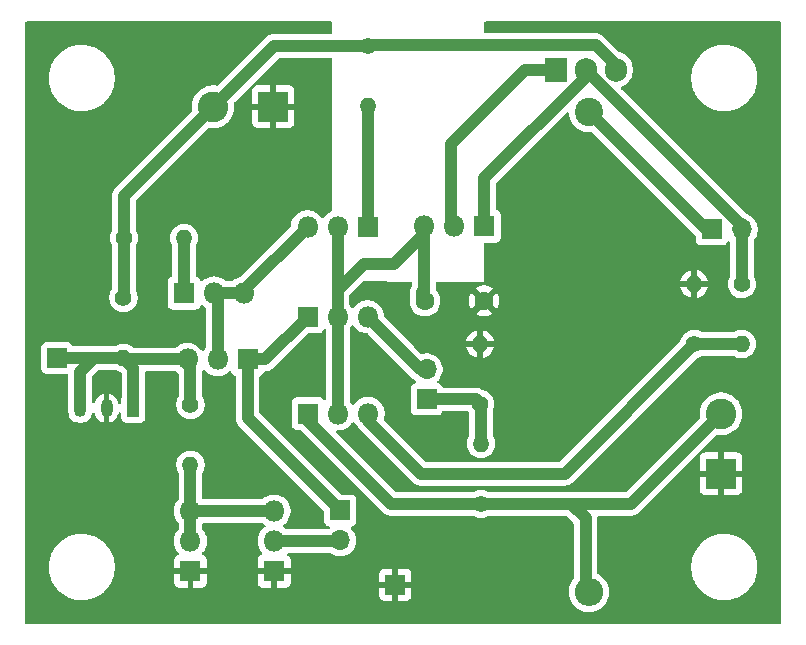
<source format=gbr>
%TF.GenerationSoftware,KiCad,Pcbnew,9.0.0*%
%TF.CreationDate,2025-04-30T12:29:05-03:00*%
%TF.ProjectId,Regulador Lineal,52656775-6c61-4646-9f72-204c696e6561,rev?*%
%TF.SameCoordinates,Original*%
%TF.FileFunction,Copper,L2,Bot*%
%TF.FilePolarity,Positive*%
%FSLAX46Y46*%
G04 Gerber Fmt 4.6, Leading zero omitted, Abs format (unit mm)*
G04 Created by KiCad (PCBNEW 9.0.0) date 2025-04-30 12:29:05*
%MOMM*%
%LPD*%
G01*
G04 APERTURE LIST*
%TA.AperFunction,ComponentPad*%
%ADD10R,1.800000X1.800000*%
%TD*%
%TA.AperFunction,ComponentPad*%
%ADD11O,1.800000X1.800000*%
%TD*%
%TA.AperFunction,ComponentPad*%
%ADD12C,1.400000*%
%TD*%
%TA.AperFunction,ComponentPad*%
%ADD13O,1.400000X1.400000*%
%TD*%
%TA.AperFunction,ComponentPad*%
%ADD14R,2.600000X2.600000*%
%TD*%
%TA.AperFunction,ComponentPad*%
%ADD15C,2.600000*%
%TD*%
%TA.AperFunction,ComponentPad*%
%ADD16R,1.700000X1.700000*%
%TD*%
%TA.AperFunction,ComponentPad*%
%ADD17O,1.700000X1.700000*%
%TD*%
%TA.AperFunction,ComponentPad*%
%ADD18C,2.400000*%
%TD*%
%TA.AperFunction,ComponentPad*%
%ADD19O,2.400000X2.400000*%
%TD*%
%TA.AperFunction,ComponentPad*%
%ADD20R,1.905000X2.000000*%
%TD*%
%TA.AperFunction,ComponentPad*%
%ADD21O,1.905000X2.000000*%
%TD*%
%TA.AperFunction,ComponentPad*%
%ADD22C,1.600000*%
%TD*%
%TA.AperFunction,ComponentPad*%
%ADD23R,1.050000X1.500000*%
%TD*%
%TA.AperFunction,ComponentPad*%
%ADD24O,1.050000X1.500000*%
%TD*%
%TA.AperFunction,Conductor*%
%ADD25C,1.000000*%
%TD*%
%TA.AperFunction,Conductor*%
%ADD26C,0.200000*%
%TD*%
G04 APERTURE END LIST*
D10*
%TO.P,Q2,1,E*%
%TO.N,Net-(Q2-E)*%
X224080000Y-60360000D03*
D11*
%TO.P,Q2,2,C*%
%TO.N,Net-(Q2-C)*%
X221540000Y-60360000D03*
%TO.P,Q2,3,B*%
%TO.N,Net-(Q1-B)*%
X219000000Y-60360000D03*
%TD*%
D10*
%TO.P,Q8,1,E*%
%TO.N,GND*%
X216160000Y-89520000D03*
D11*
%TO.P,Q8,2,C*%
%TO.N,Net-(J2-Pin_2)*%
X216160000Y-86980000D03*
%TO.P,Q8,3,B*%
%TO.N,Net-(Q10-B)*%
X216160000Y-84440000D03*
%TD*%
D12*
%TO.P,R8,1*%
%TO.N,Net-(J7-Pin_2)*%
X203460000Y-61316982D03*
D13*
%TO.P,R8,2*%
%TO.N,Net-(Q1-E)*%
X208540000Y-61316982D03*
%TD*%
D14*
%TO.P,J5,1,Pin_1*%
%TO.N,GND*%
X254000000Y-81280000D03*
D15*
%TO.P,J5,2,Pin_2*%
%TO.N,Net-(J5-Pin_2)*%
X254000000Y-76200000D03*
%TD*%
D16*
%TO.P,J1,1,Pin_1*%
%TO.N,Net-(J1-Pin_1)*%
X253215157Y-60597088D03*
D17*
%TO.P,J1,2,Pin_2*%
%TO.N,Net-(J1-Pin_2)*%
X255755157Y-60597088D03*
%TD*%
D12*
%TO.P,R2,1*%
%TO.N,Net-(Q7-B)*%
X251735881Y-70297663D03*
D13*
%TO.P,R2,2*%
%TO.N,GND*%
X251735881Y-65217663D03*
%TD*%
D16*
%TO.P,J2,1,Pin_1*%
%TO.N,Net-(J2-Pin_1)*%
X221763496Y-84392275D03*
D17*
%TO.P,J2,2,Pin_2*%
%TO.N,Net-(J2-Pin_2)*%
X221763496Y-86932275D03*
%TD*%
D12*
%TO.P,R9,1*%
%TO.N,Net-(J7-Pin_2)*%
X224143694Y-45042282D03*
D13*
%TO.P,R9,2*%
%TO.N,Net-(Q2-E)*%
X224143694Y-50122282D03*
%TD*%
D18*
%TO.P,R4,1*%
%TO.N,Net-(J1-Pin_1)*%
X242807184Y-50644095D03*
D19*
%TO.P,R4,2*%
%TO.N,Net-(J5-Pin_2)*%
X242807184Y-91284095D03*
%TD*%
D20*
%TO.P,Q5,1,B*%
%TO.N,Net-(Q5-B)*%
X240000000Y-47069233D03*
D21*
%TO.P,Q5,2,C*%
%TO.N,Net-(J1-Pin_2)*%
X242540000Y-47069233D03*
%TO.P,Q5,3,E*%
%TO.N,Net-(J7-Pin_2)*%
X245080000Y-47069233D03*
%TD*%
D12*
%TO.P,R7,1*%
%TO.N,Net-(J1-Pin_2)*%
X255755157Y-65217663D03*
D13*
%TO.P,R7,2*%
%TO.N,Net-(Q7-B)*%
X255755157Y-70297663D03*
%TD*%
D10*
%TO.P,Q1,1,E*%
%TO.N,Net-(Q1-E)*%
X208540000Y-65980000D03*
D11*
%TO.P,Q1,2,C*%
%TO.N,Net-(Q1-B)*%
X211080000Y-65980000D03*
%TO.P,Q1,3,B*%
X213620000Y-65980000D03*
%TD*%
D16*
%TO.P,J6,1,Pin_1*%
%TO.N,Net-(J6-Pin_1)*%
X197785773Y-71470433D03*
%TD*%
D22*
%TO.P,C4,1*%
%TO.N,GND*%
X233940000Y-66637069D03*
%TO.P,C4,2*%
%TO.N,Net-(Q2-C)*%
X228940000Y-66637069D03*
%TD*%
D14*
%TO.P,J7,1,Pin_1*%
%TO.N,GND*%
X216080000Y-50200000D03*
D15*
%TO.P,J7,2,Pin_2*%
%TO.N,Net-(J7-Pin_2)*%
X211000000Y-50200000D03*
%TD*%
D10*
%TO.P,Q3,1,E*%
%TO.N,Net-(J2-Pin_1)*%
X213920000Y-71605000D03*
D11*
%TO.P,Q3,2,C*%
%TO.N,Net-(Q1-B)*%
X211380000Y-71605000D03*
%TO.P,Q3,3,B*%
%TO.N,Net-(J6-Pin_1)*%
X208840000Y-71605000D03*
%TD*%
D12*
%TO.P,R6,1*%
%TO.N,Net-(J3-Pin_1)*%
X233607008Y-75354141D03*
D13*
%TO.P,R6,2*%
%TO.N,GND*%
X233607008Y-70274141D03*
%TD*%
D10*
%TO.P,Q10,1,E*%
%TO.N,GND*%
X209080000Y-89520000D03*
D11*
%TO.P,Q10,2,C*%
%TO.N,Net-(Q10-B)*%
X209080000Y-86980000D03*
%TO.P,Q10,3,B*%
X209080000Y-84440000D03*
%TD*%
D16*
%TO.P,J3,1,Pin_1*%
%TO.N,Net-(J3-Pin_1)*%
X229080000Y-74980000D03*
D17*
%TO.P,J3,2,Pin_2*%
%TO.N,Net-(J3-Pin_2)*%
X229080000Y-72440000D03*
%TD*%
D10*
%TO.P,Q6,1,E*%
%TO.N,Net-(J1-Pin_2)*%
X233940000Y-60326231D03*
D11*
%TO.P,Q6,2,C*%
%TO.N,Net-(Q5-B)*%
X231400000Y-60326231D03*
%TO.P,Q6,3,B*%
%TO.N,Net-(Q2-C)*%
X228860000Y-60326231D03*
%TD*%
D10*
%TO.P,Q4,1,E*%
%TO.N,Net-(J2-Pin_1)*%
X219000000Y-67980000D03*
D11*
%TO.P,Q4,2,C*%
%TO.N,Net-(Q2-C)*%
X221540000Y-67980000D03*
%TO.P,Q4,3,B*%
%TO.N,Net-(J3-Pin_2)*%
X224080000Y-67980000D03*
%TD*%
D12*
%TO.P,R1,1*%
%TO.N,Net-(J6-Pin_1)*%
X209080000Y-75440000D03*
D13*
%TO.P,R1,2*%
%TO.N,Net-(Q10-B)*%
X209080000Y-80520000D03*
%TD*%
D23*
%TO.P,U1,1,REF*%
%TO.N,Net-(J6-Pin_1)*%
X204245684Y-75725278D03*
D24*
%TO.P,U1,2,A*%
%TO.N,GND*%
X201975684Y-75725278D03*
%TO.P,U1,3,K*%
%TO.N,Net-(J6-Pin_1)*%
X199745684Y-75725278D03*
%TD*%
D10*
%TO.P,Q7,1,E*%
%TO.N,Net-(J5-Pin_2)*%
X219048641Y-76180000D03*
D11*
%TO.P,Q7,2,C*%
%TO.N,Net-(Q2-C)*%
X221588641Y-76180000D03*
%TO.P,Q7,3,B*%
%TO.N,Net-(Q7-B)*%
X224128641Y-76180000D03*
%TD*%
D12*
%TO.P,R5,1*%
%TO.N,Net-(J5-Pin_2)*%
X233680000Y-83820000D03*
D13*
%TO.P,R5,2*%
%TO.N,Net-(J3-Pin_1)*%
X233680000Y-78740000D03*
%TD*%
D12*
%TO.P,R3,1*%
%TO.N,Net-(J7-Pin_2)*%
X203408244Y-66383724D03*
D13*
%TO.P,R3,2*%
%TO.N,Net-(J6-Pin_1)*%
X203408244Y-71463724D03*
%TD*%
D16*
%TO.P,J4,1,Pin_1*%
%TO.N,GND*%
X226424118Y-90672736D03*
%TD*%
D25*
%TO.N,Net-(J1-Pin_1)*%
X252760177Y-60597088D02*
X242807184Y-50644095D01*
X253215157Y-60597088D02*
X252760177Y-60597088D01*
%TO.N,Net-(J1-Pin_2)*%
X255755157Y-60284390D02*
X242540000Y-47069233D01*
X255755157Y-60597088D02*
X255755157Y-60284390D01*
%TO.N,Net-(Q2-E)*%
X224143694Y-50122282D02*
X224143694Y-60296306D01*
D26*
X224104854Y-60335146D02*
X224080000Y-60360000D01*
D25*
X224143694Y-60296306D02*
X224080000Y-60360000D01*
%TO.N,Net-(J5-Pin_2)*%
X243840000Y-83820000D02*
X246380000Y-83820000D01*
X242536485Y-85056485D02*
X241300000Y-83820000D01*
X242536485Y-91440000D02*
X242536485Y-85056485D01*
X233680000Y-83820000D02*
X226060000Y-83820000D01*
X233680000Y-83820000D02*
X241300000Y-83820000D01*
X246380000Y-83820000D02*
X254000000Y-76200000D01*
X226060000Y-83820000D02*
X219048641Y-76808641D01*
X219048641Y-76808641D02*
X219048641Y-76180000D01*
X241300000Y-83820000D02*
X243840000Y-83820000D01*
%TO.N,Net-(J7-Pin_2)*%
X224143694Y-45042282D02*
X216157718Y-45042282D01*
X245080000Y-46680000D02*
X243380000Y-44980000D01*
X203460000Y-57740000D02*
X211000000Y-50200000D01*
X203460000Y-61316982D02*
X203460000Y-57740000D01*
X224205976Y-44980000D02*
X224143694Y-45042282D01*
X216157718Y-45042282D02*
X211000000Y-50200000D01*
X203460000Y-61316982D02*
X203460000Y-66331968D01*
D26*
X203460000Y-66331968D02*
X203408244Y-66383724D01*
D25*
X243380000Y-44980000D02*
X224205976Y-44980000D01*
%TO.N,Net-(J6-Pin_1)*%
X203408244Y-71463724D02*
X203401535Y-71470433D01*
X200920000Y-71470433D02*
X197785773Y-71470433D01*
X204245684Y-72301164D02*
X203408244Y-71463724D01*
X209080000Y-71845000D02*
X208840000Y-71605000D01*
X199745684Y-72644749D02*
X200920000Y-71470433D01*
D26*
X203460000Y-71515480D02*
X203408244Y-71463724D01*
X203206708Y-71665260D02*
X203408244Y-71463724D01*
D25*
X208840000Y-71605000D02*
X203549520Y-71605000D01*
X204245684Y-75725278D02*
X204245684Y-72301164D01*
D26*
X200705684Y-71684749D02*
X200920000Y-71470433D01*
D25*
X209080000Y-75440000D02*
X209080000Y-71845000D01*
X203549520Y-71605000D02*
X203408244Y-71463724D01*
X199745684Y-75725278D02*
X199745684Y-72644749D01*
X203401535Y-71470433D02*
X200920000Y-71470433D01*
%TO.N,Net-(Q1-B)*%
X211380000Y-71605000D02*
X211380000Y-66280000D01*
X211080000Y-65980000D02*
X213620000Y-65980000D01*
X213620000Y-65980000D02*
X213620000Y-65740000D01*
X213620000Y-65740000D02*
X219000000Y-60360000D01*
D26*
X211380000Y-66280000D02*
X211080000Y-65980000D01*
X211580000Y-65480000D02*
X211080000Y-65980000D01*
D25*
%TO.N,Net-(Q7-B)*%
X251735881Y-70297663D02*
X240753544Y-81280000D01*
X228600000Y-81280000D02*
X224128641Y-76808641D01*
X255755157Y-70297663D02*
X251735881Y-70297663D01*
X224128641Y-76808641D02*
X224128641Y-76180000D01*
X240753544Y-81280000D02*
X228600000Y-81280000D01*
%TO.N,Net-(Q10-B)*%
X209080000Y-84440000D02*
X209080000Y-86980000D01*
X209080000Y-84440000D02*
X209080000Y-80520000D01*
X216080000Y-84440000D02*
X209080000Y-84440000D01*
%TO.N,Net-(Q1-E)*%
X208540000Y-61316982D02*
X208540000Y-65980000D01*
D26*
%TO.N,Net-(Q2-C)*%
X228707326Y-66637069D02*
X228860000Y-66484395D01*
D25*
X221540000Y-63480000D02*
X221540000Y-60360000D01*
D26*
X228860000Y-60326231D02*
X228826231Y-60360000D01*
D25*
X228860000Y-66484395D02*
X228860000Y-60326231D01*
X226320000Y-63480000D02*
X228860000Y-60940000D01*
X221588641Y-68028641D02*
X221588641Y-76180000D01*
X221540000Y-67980000D02*
X221540000Y-63480000D01*
D26*
X228895442Y-60361673D02*
X228860000Y-60326231D01*
D25*
X228707326Y-65867326D02*
X228707326Y-66637069D01*
X221540000Y-67980000D02*
X221588641Y-68028641D01*
X221540000Y-65720000D02*
X223780000Y-63480000D01*
X223780000Y-63480000D02*
X226320000Y-63480000D01*
X221540000Y-67980000D02*
X221540000Y-65720000D01*
X228860000Y-60940000D02*
X228860000Y-60326231D01*
%TO.N,Net-(Q5-B)*%
X231140000Y-60066231D02*
X231400000Y-60326231D01*
X240000000Y-47069233D02*
X237410767Y-47069233D01*
D26*
X240000000Y-47980000D02*
X239280000Y-47980000D01*
D25*
X237410767Y-47069233D02*
X231140000Y-53340000D01*
X231140000Y-53340000D02*
X231140000Y-60066231D01*
D26*
%TO.N,Net-(J2-Pin_1)*%
X221763496Y-84392275D02*
X221763496Y-84323496D01*
D25*
X213920000Y-76548779D02*
X221763496Y-84392275D01*
X213920000Y-71605000D02*
X215375000Y-71605000D01*
X213920000Y-71605000D02*
X213920000Y-76548779D01*
X215375000Y-71605000D02*
X219000000Y-67980000D01*
%TO.N,Net-(J3-Pin_1)*%
X229080000Y-74980000D02*
X233232867Y-74980000D01*
X233680000Y-75427133D02*
X233607008Y-75354141D01*
X233680000Y-78740000D02*
X233680000Y-75427133D01*
X233232867Y-74980000D02*
X233607008Y-75354141D01*
%TO.N,Net-(J3-Pin_2)*%
X229080000Y-72440000D02*
X228540000Y-72440000D01*
X228540000Y-72440000D02*
X224080000Y-67980000D01*
%TO.N,Net-(J2-Pin_2)*%
X216160000Y-86980000D02*
X221715771Y-86980000D01*
D26*
X221715771Y-86980000D02*
X221763496Y-86932275D01*
D25*
%TO.N,Net-(J1-Pin_2)*%
X255755157Y-65217663D02*
X255755157Y-60597088D01*
X242540000Y-47668805D02*
X233940000Y-56268805D01*
X242649233Y-47069233D02*
X242540000Y-47069233D01*
X255755157Y-60597088D02*
X255755157Y-60175157D01*
X233786243Y-60172474D02*
X233940000Y-60326231D01*
X233940000Y-56268805D02*
X233940000Y-60326231D01*
X242540000Y-47069233D02*
X242540000Y-47668805D01*
%TD*%
%TA.AperFunction,Conductor*%
%TO.N,GND*%
G36*
X221023039Y-43000185D02*
G01*
X221068794Y-43052989D01*
X221080000Y-43104500D01*
X221080000Y-43917782D01*
X221060315Y-43984821D01*
X221007511Y-44030576D01*
X220956000Y-44041782D01*
X216059173Y-44041782D01*
X215962530Y-44061006D01*
X215865885Y-44080229D01*
X215865879Y-44080231D01*
X215812552Y-44102319D01*
X215812552Y-44102320D01*
X215769636Y-44120096D01*
X215683802Y-44155650D01*
X215683801Y-44155650D01*
X215560763Y-44237861D01*
X215560764Y-44237862D01*
X215519936Y-44265141D01*
X215519933Y-44265144D01*
X211397690Y-48387388D01*
X211336367Y-48420873D01*
X211293824Y-48422646D01*
X211118021Y-48399501D01*
X211118016Y-48399500D01*
X211118011Y-48399500D01*
X210881989Y-48399500D01*
X210881983Y-48399500D01*
X210881979Y-48399501D01*
X210647989Y-48430306D01*
X210420006Y-48491394D01*
X210201954Y-48581714D01*
X210201943Y-48581719D01*
X209997545Y-48699730D01*
X209810302Y-48843406D01*
X209810295Y-48843412D01*
X209643412Y-49010295D01*
X209643406Y-49010302D01*
X209499730Y-49197545D01*
X209381719Y-49401943D01*
X209381714Y-49401954D01*
X209291394Y-49620006D01*
X209230306Y-49847989D01*
X209199501Y-50081979D01*
X209199500Y-50081995D01*
X209199500Y-50318004D01*
X209199501Y-50318021D01*
X209222645Y-50493824D01*
X209211879Y-50562860D01*
X209187387Y-50597690D01*
X204293415Y-55491664D01*
X202822220Y-56962859D01*
X202822218Y-56962861D01*
X202752538Y-57032540D01*
X202682859Y-57102219D01*
X202573371Y-57266079D01*
X202573364Y-57266092D01*
X202497950Y-57448160D01*
X202497947Y-57448170D01*
X202459500Y-57641456D01*
X202459500Y-60611348D01*
X202439815Y-60678387D01*
X202435821Y-60684229D01*
X202433242Y-60687778D01*
X202347454Y-60856145D01*
X202289059Y-61035863D01*
X202259500Y-61222495D01*
X202259500Y-61411468D01*
X202289059Y-61598100D01*
X202347454Y-61777818D01*
X202405065Y-61890885D01*
X202433240Y-61946181D01*
X202435814Y-61949724D01*
X202459297Y-62015528D01*
X202459500Y-62022614D01*
X202459500Y-65606855D01*
X202439815Y-65673894D01*
X202435823Y-65679733D01*
X202424182Y-65695756D01*
X202381484Y-65754524D01*
X202295698Y-65922887D01*
X202237303Y-66102605D01*
X202207744Y-66289237D01*
X202207744Y-66478210D01*
X202237303Y-66664842D01*
X202295698Y-66844560D01*
X202374499Y-66999214D01*
X202381484Y-67012923D01*
X202492554Y-67165797D01*
X202626171Y-67299414D01*
X202779045Y-67410484D01*
X202841670Y-67442393D01*
X202947407Y-67496269D01*
X202947409Y-67496269D01*
X202947412Y-67496271D01*
X203043741Y-67527570D01*
X203127125Y-67554664D01*
X203313758Y-67584224D01*
X203313763Y-67584224D01*
X203502730Y-67584224D01*
X203689362Y-67554664D01*
X203869076Y-67496271D01*
X204037443Y-67410484D01*
X204190317Y-67299414D01*
X204323934Y-67165797D01*
X204435004Y-67012923D01*
X204520791Y-66844556D01*
X204579184Y-66664842D01*
X204583583Y-66637068D01*
X204608744Y-66478210D01*
X204608744Y-66289237D01*
X204579184Y-66102605D01*
X204531455Y-65955713D01*
X204520791Y-65922892D01*
X204520789Y-65922889D01*
X204520789Y-65922887D01*
X204474015Y-65831088D01*
X204460500Y-65774793D01*
X204460500Y-62022614D01*
X204480185Y-61955575D01*
X204484177Y-61949735D01*
X204486760Y-61946181D01*
X204572547Y-61777814D01*
X204630940Y-61598100D01*
X204633209Y-61583775D01*
X204660500Y-61411468D01*
X204660500Y-61222495D01*
X204630940Y-61035863D01*
X204572545Y-60856145D01*
X204486757Y-60687778D01*
X204484179Y-60684229D01*
X204460702Y-60618421D01*
X204460500Y-60611348D01*
X204460500Y-58205782D01*
X204480185Y-58138743D01*
X204496819Y-58118101D01*
X207123256Y-55491664D01*
X210602310Y-52012609D01*
X210663631Y-51979126D01*
X210706170Y-51977353D01*
X210869681Y-51998879D01*
X210881973Y-52000498D01*
X210881989Y-52000500D01*
X210881996Y-52000500D01*
X211118004Y-52000500D01*
X211118011Y-52000500D01*
X211352014Y-51969693D01*
X211579993Y-51908606D01*
X211798049Y-51818284D01*
X212002450Y-51700273D01*
X212189699Y-51556592D01*
X212356592Y-51389699D01*
X212500273Y-51202450D01*
X212618284Y-50998049D01*
X212708606Y-50779993D01*
X212769693Y-50552014D01*
X212800500Y-50318011D01*
X212800500Y-50081989D01*
X212777353Y-49906171D01*
X212788118Y-49837138D01*
X212812608Y-49802310D01*
X213762764Y-48852155D01*
X214280000Y-48852155D01*
X214280000Y-49950000D01*
X215479999Y-49950000D01*
X215454979Y-50010402D01*
X215430000Y-50135981D01*
X215430000Y-50264019D01*
X215454979Y-50389598D01*
X215479999Y-50450000D01*
X214280000Y-50450000D01*
X214280000Y-51547844D01*
X214286401Y-51607372D01*
X214286403Y-51607379D01*
X214336645Y-51742086D01*
X214336649Y-51742093D01*
X214422809Y-51857187D01*
X214422812Y-51857190D01*
X214537906Y-51943350D01*
X214537913Y-51943354D01*
X214672620Y-51993596D01*
X214672627Y-51993598D01*
X214732155Y-51999999D01*
X214732172Y-52000000D01*
X215830000Y-52000000D01*
X215830000Y-50800001D01*
X215890402Y-50825021D01*
X216015981Y-50850000D01*
X216144019Y-50850000D01*
X216269598Y-50825021D01*
X216330000Y-50800001D01*
X216330000Y-52000000D01*
X217427828Y-52000000D01*
X217427844Y-51999999D01*
X217487372Y-51993598D01*
X217487379Y-51993596D01*
X217622086Y-51943354D01*
X217622093Y-51943350D01*
X217737187Y-51857190D01*
X217737190Y-51857187D01*
X217823350Y-51742093D01*
X217823354Y-51742086D01*
X217873596Y-51607379D01*
X217873598Y-51607372D01*
X217879999Y-51547844D01*
X217880000Y-51547827D01*
X217880000Y-50450000D01*
X216680001Y-50450000D01*
X216705021Y-50389598D01*
X216730000Y-50264019D01*
X216730000Y-50135981D01*
X216705021Y-50010402D01*
X216680001Y-49950000D01*
X217880000Y-49950000D01*
X217880000Y-48852172D01*
X217879999Y-48852155D01*
X217873598Y-48792627D01*
X217873596Y-48792620D01*
X217823354Y-48657913D01*
X217823350Y-48657906D01*
X217737190Y-48542812D01*
X217737187Y-48542809D01*
X217622093Y-48456649D01*
X217622086Y-48456645D01*
X217487379Y-48406403D01*
X217487372Y-48406401D01*
X217427844Y-48400000D01*
X216330000Y-48400000D01*
X216330000Y-49599998D01*
X216269598Y-49574979D01*
X216144019Y-49550000D01*
X216015981Y-49550000D01*
X215890402Y-49574979D01*
X215830000Y-49599998D01*
X215830000Y-48400000D01*
X214732155Y-48400000D01*
X214672627Y-48406401D01*
X214672620Y-48406403D01*
X214537913Y-48456645D01*
X214537911Y-48456646D01*
X214422894Y-48542748D01*
X214422748Y-48542894D01*
X214336646Y-48657911D01*
X214336645Y-48657913D01*
X214286403Y-48792620D01*
X214286401Y-48792627D01*
X214280000Y-48852155D01*
X213762764Y-48852155D01*
X216535820Y-46079101D01*
X216597143Y-46045616D01*
X216623501Y-46042782D01*
X220956000Y-46042782D01*
X221023039Y-46062467D01*
X221068794Y-46115271D01*
X221080000Y-46166782D01*
X221080000Y-58947105D01*
X221060315Y-59014144D01*
X221007511Y-59059899D01*
X221003470Y-59061659D01*
X221002404Y-59062100D01*
X221002394Y-59062104D01*
X221002394Y-59062105D01*
X220872253Y-59128416D01*
X220805974Y-59162187D01*
X220627641Y-59291752D01*
X220627636Y-59291756D01*
X220471756Y-59447636D01*
X220471752Y-59447641D01*
X220370318Y-59587254D01*
X220314988Y-59629920D01*
X220245375Y-59635899D01*
X220183580Y-59603293D01*
X220169682Y-59587254D01*
X220068247Y-59447641D01*
X220068243Y-59447636D01*
X219912363Y-59291756D01*
X219912358Y-59291752D01*
X219734025Y-59162187D01*
X219734024Y-59162186D01*
X219734022Y-59162185D01*
X219616795Y-59102454D01*
X219537606Y-59062104D01*
X219537603Y-59062103D01*
X219327952Y-58993985D01*
X219219086Y-58976742D01*
X219110222Y-58959500D01*
X218889778Y-58959500D01*
X218817201Y-58970995D01*
X218672047Y-58993985D01*
X218462396Y-59062103D01*
X218462393Y-59062104D01*
X218265974Y-59162187D01*
X218087641Y-59291752D01*
X218087636Y-59291756D01*
X217931756Y-59447636D01*
X217931752Y-59447641D01*
X217802187Y-59625974D01*
X217702104Y-59822393D01*
X217702103Y-59822396D01*
X217633985Y-60032047D01*
X217599500Y-60249778D01*
X217599500Y-60294217D01*
X217579815Y-60361256D01*
X217563181Y-60381898D01*
X213366931Y-64578147D01*
X213305608Y-64611632D01*
X213298653Y-64612938D01*
X213292054Y-64613983D01*
X213292052Y-64613983D01*
X213082399Y-64682102D01*
X213082393Y-64682104D01*
X212885974Y-64782187D01*
X212707641Y-64911752D01*
X212707636Y-64911756D01*
X212676212Y-64943181D01*
X212614889Y-64976666D01*
X212588531Y-64979500D01*
X212111469Y-64979500D01*
X212044430Y-64959815D01*
X212023788Y-64943181D01*
X211992363Y-64911756D01*
X211992358Y-64911752D01*
X211814025Y-64782187D01*
X211814024Y-64782186D01*
X211814022Y-64782185D01*
X211696791Y-64722452D01*
X211617606Y-64682104D01*
X211617603Y-64682103D01*
X211407952Y-64613985D01*
X211246818Y-64588464D01*
X211190222Y-64579500D01*
X210969778Y-64579500D01*
X210913182Y-64588464D01*
X210752047Y-64613985D01*
X210542396Y-64682103D01*
X210542393Y-64682104D01*
X210345974Y-64782187D01*
X210167641Y-64911752D01*
X210167636Y-64911756D01*
X210117463Y-64961929D01*
X210056140Y-64995413D01*
X209986448Y-64990428D01*
X209930515Y-64948557D01*
X209913601Y-64917580D01*
X209883797Y-64837671D01*
X209883793Y-64837664D01*
X209797547Y-64722455D01*
X209797544Y-64722452D01*
X209682335Y-64636206D01*
X209682328Y-64636202D01*
X209621167Y-64613391D01*
X209565233Y-64571520D01*
X209540816Y-64506056D01*
X209540500Y-64497209D01*
X209540500Y-62022614D01*
X209560185Y-61955575D01*
X209564177Y-61949735D01*
X209566760Y-61946181D01*
X209652547Y-61777814D01*
X209710940Y-61598100D01*
X209713209Y-61583775D01*
X209740500Y-61411468D01*
X209740500Y-61222495D01*
X209710940Y-61035863D01*
X209652545Y-60856145D01*
X209566759Y-60687782D01*
X209542347Y-60654182D01*
X209455690Y-60534909D01*
X209322073Y-60401292D01*
X209169199Y-60290222D01*
X209000836Y-60204436D01*
X208821118Y-60146041D01*
X208634486Y-60116482D01*
X208634481Y-60116482D01*
X208445519Y-60116482D01*
X208445514Y-60116482D01*
X208258881Y-60146041D01*
X208079163Y-60204436D01*
X207910800Y-60290222D01*
X207823579Y-60353592D01*
X207757927Y-60401292D01*
X207757925Y-60401294D01*
X207757924Y-60401294D01*
X207624312Y-60534906D01*
X207624312Y-60534907D01*
X207624310Y-60534909D01*
X207576610Y-60600561D01*
X207513240Y-60687782D01*
X207427454Y-60856145D01*
X207369059Y-61035863D01*
X207339500Y-61222495D01*
X207339500Y-61411468D01*
X207369059Y-61598100D01*
X207427454Y-61777818D01*
X207485065Y-61890885D01*
X207513240Y-61946181D01*
X207515814Y-61949724D01*
X207539297Y-62015528D01*
X207539500Y-62022614D01*
X207539500Y-64497209D01*
X207519815Y-64564248D01*
X207467011Y-64610003D01*
X207458833Y-64613391D01*
X207397671Y-64636202D01*
X207397664Y-64636206D01*
X207282455Y-64722452D01*
X207282452Y-64722455D01*
X207196206Y-64837664D01*
X207196202Y-64837671D01*
X207145908Y-64972517D01*
X207139501Y-65032116D01*
X207139500Y-65032135D01*
X207139500Y-66927870D01*
X207139501Y-66927876D01*
X207145908Y-66987483D01*
X207196202Y-67122328D01*
X207196206Y-67122335D01*
X207282452Y-67237544D01*
X207282455Y-67237547D01*
X207397664Y-67323793D01*
X207397671Y-67323797D01*
X207532517Y-67374091D01*
X207532516Y-67374091D01*
X207539444Y-67374835D01*
X207592127Y-67380500D01*
X209487872Y-67380499D01*
X209547483Y-67374091D01*
X209682331Y-67323796D01*
X209797546Y-67237546D01*
X209883796Y-67122331D01*
X209893686Y-67095814D01*
X209913601Y-67042420D01*
X209955471Y-66986486D01*
X210020936Y-66962068D01*
X210089209Y-66976919D01*
X210117464Y-66998071D01*
X210167635Y-67048242D01*
X210328386Y-67165034D01*
X210371051Y-67220362D01*
X210379500Y-67265351D01*
X210379500Y-70573531D01*
X210372894Y-70596027D01*
X210370716Y-70619370D01*
X210362272Y-70632200D01*
X210359815Y-70640570D01*
X210353135Y-70649973D01*
X210348499Y-70655893D01*
X210311758Y-70692635D01*
X210209025Y-70834035D01*
X210207635Y-70835811D01*
X210180953Y-70854897D01*
X210154988Y-70874920D01*
X210152687Y-70875117D01*
X210150808Y-70876462D01*
X210118044Y-70878093D01*
X210085375Y-70880899D01*
X210083332Y-70879821D01*
X210081025Y-70879936D01*
X210052584Y-70863597D01*
X210023580Y-70848293D01*
X210021235Y-70845587D01*
X210020441Y-70845131D01*
X210019847Y-70843985D01*
X210009682Y-70832254D01*
X209908247Y-70692641D01*
X209908243Y-70692636D01*
X209752363Y-70536756D01*
X209752358Y-70536752D01*
X209574025Y-70407187D01*
X209574024Y-70407186D01*
X209574022Y-70407185D01*
X209464810Y-70351538D01*
X209377606Y-70307104D01*
X209377603Y-70307103D01*
X209167952Y-70238985D01*
X209059086Y-70221742D01*
X208950222Y-70204500D01*
X208729778Y-70204500D01*
X208657201Y-70215995D01*
X208512047Y-70238985D01*
X208302396Y-70307103D01*
X208302393Y-70307104D01*
X208105974Y-70407187D01*
X207927641Y-70536752D01*
X207927636Y-70536756D01*
X207896212Y-70568181D01*
X207834889Y-70601666D01*
X207808531Y-70604500D01*
X204298145Y-70604500D01*
X204231106Y-70584815D01*
X204210464Y-70568181D01*
X204190319Y-70548036D01*
X204190317Y-70548034D01*
X204037443Y-70436964D01*
X203869080Y-70351178D01*
X203689362Y-70292783D01*
X203502730Y-70263224D01*
X203502725Y-70263224D01*
X203313763Y-70263224D01*
X203313758Y-70263224D01*
X203127125Y-70292783D01*
X202947407Y-70351178D01*
X202779043Y-70436964D01*
X202766264Y-70446250D01*
X202700457Y-70469731D01*
X202693377Y-70469933D01*
X201018546Y-70469933D01*
X201018541Y-70469932D01*
X200821460Y-70469932D01*
X200821455Y-70469933D01*
X199199914Y-70469933D01*
X199132875Y-70450248D01*
X199087120Y-70397444D01*
X199083742Y-70389292D01*
X199079569Y-70378102D01*
X199079566Y-70378098D01*
X199079566Y-70378097D01*
X198993320Y-70262888D01*
X198993317Y-70262885D01*
X198878108Y-70176639D01*
X198878101Y-70176635D01*
X198743255Y-70126341D01*
X198743256Y-70126341D01*
X198683656Y-70119934D01*
X198683654Y-70119933D01*
X198683646Y-70119933D01*
X198683637Y-70119933D01*
X196887902Y-70119933D01*
X196887896Y-70119934D01*
X196828289Y-70126341D01*
X196693444Y-70176635D01*
X196693437Y-70176639D01*
X196578228Y-70262885D01*
X196578225Y-70262888D01*
X196491979Y-70378097D01*
X196491975Y-70378104D01*
X196441681Y-70512950D01*
X196435274Y-70572549D01*
X196435273Y-70572568D01*
X196435273Y-72368303D01*
X196435274Y-72368309D01*
X196441681Y-72427916D01*
X196491975Y-72562761D01*
X196491979Y-72562768D01*
X196578225Y-72677977D01*
X196578228Y-72677980D01*
X196693437Y-72764226D01*
X196693444Y-72764230D01*
X196828290Y-72814524D01*
X196828289Y-72814524D01*
X196835217Y-72815268D01*
X196887900Y-72820933D01*
X198621184Y-72820932D01*
X198688223Y-72840617D01*
X198733978Y-72893420D01*
X198745184Y-72944932D01*
X198745184Y-75261379D01*
X198742801Y-75285570D01*
X198720184Y-75399271D01*
X198720184Y-76051285D01*
X198759591Y-76249397D01*
X198759593Y-76249405D01*
X198836896Y-76436030D01*
X198836901Y-76436040D01*
X198949125Y-76603996D01*
X199091965Y-76746836D01*
X199259921Y-76859060D01*
X199259925Y-76859062D01*
X199259928Y-76859064D01*
X199446557Y-76936369D01*
X199612461Y-76969369D01*
X199644676Y-76975777D01*
X199644680Y-76975778D01*
X199644681Y-76975778D01*
X199846688Y-76975778D01*
X199846689Y-76975777D01*
X200044811Y-76936369D01*
X200231440Y-76859064D01*
X200232108Y-76858618D01*
X200399402Y-76746836D01*
X200542242Y-76603996D01*
X200654466Y-76436040D01*
X200654466Y-76436039D01*
X200654470Y-76436034D01*
X200731775Y-76249405D01*
X200739321Y-76211466D01*
X200771704Y-76149557D01*
X200832419Y-76114981D01*
X200902188Y-76118719D01*
X200958861Y-76159584D01*
X200982555Y-76211464D01*
X200990072Y-76249254D01*
X200990074Y-76249261D01*
X201067336Y-76435791D01*
X201067343Y-76435804D01*
X201179513Y-76603677D01*
X201179516Y-76603681D01*
X201322280Y-76746445D01*
X201322284Y-76746448D01*
X201490157Y-76858618D01*
X201490170Y-76858625D01*
X201676700Y-76935887D01*
X201676709Y-76935890D01*
X201725684Y-76945631D01*
X201725684Y-76005608D01*
X201745429Y-76025353D01*
X201830939Y-76074722D01*
X201926314Y-76100278D01*
X202025054Y-76100278D01*
X202120429Y-76074722D01*
X202205939Y-76025353D01*
X202225684Y-76005608D01*
X202225684Y-76945630D01*
X202274658Y-76935890D01*
X202274667Y-76935887D01*
X202461197Y-76858625D01*
X202461210Y-76858618D01*
X202629083Y-76746448D01*
X202629087Y-76746445D01*
X202771851Y-76603681D01*
X202771854Y-76603677D01*
X202884024Y-76435804D01*
X202884031Y-76435791D01*
X202961293Y-76249261D01*
X202961293Y-76249260D01*
X202974566Y-76182531D01*
X203006951Y-76120620D01*
X203067666Y-76086045D01*
X203137435Y-76089784D01*
X203194108Y-76130649D01*
X203219690Y-76195667D01*
X203220184Y-76206721D01*
X203220184Y-76523147D01*
X203220185Y-76523154D01*
X203226592Y-76582761D01*
X203276886Y-76717606D01*
X203276890Y-76717613D01*
X203363136Y-76832822D01*
X203363139Y-76832825D01*
X203478348Y-76919071D01*
X203478355Y-76919075D01*
X203613201Y-76969369D01*
X203613200Y-76969369D01*
X203620128Y-76970113D01*
X203672811Y-76975778D01*
X204818556Y-76975777D01*
X204878167Y-76969369D01*
X205013015Y-76919074D01*
X205128230Y-76832824D01*
X205214480Y-76717609D01*
X205264775Y-76582761D01*
X205271184Y-76523151D01*
X205271183Y-74927406D01*
X205264775Y-74867795D01*
X205254001Y-74838910D01*
X205246184Y-74795578D01*
X205246184Y-72729500D01*
X205265869Y-72662461D01*
X205318673Y-72616706D01*
X205370184Y-72605500D01*
X207808531Y-72605500D01*
X207831553Y-72612260D01*
X207855425Y-72614709D01*
X207867716Y-72622879D01*
X207875570Y-72625185D01*
X207885866Y-72632571D01*
X207891297Y-72636904D01*
X207927635Y-72673242D01*
X208030637Y-72748077D01*
X208032835Y-72749830D01*
X208051358Y-72776233D01*
X208071051Y-72801771D01*
X208071700Y-72805228D01*
X208072962Y-72807027D01*
X208073216Y-72813302D01*
X208079500Y-72846759D01*
X208079500Y-74734366D01*
X208059815Y-74801405D01*
X208055821Y-74807247D01*
X208053242Y-74810796D01*
X207967454Y-74979163D01*
X207909059Y-75158881D01*
X207879500Y-75345513D01*
X207879500Y-75534486D01*
X207909059Y-75721118D01*
X207967454Y-75900836D01*
X208053240Y-76069199D01*
X208164310Y-76222073D01*
X208297927Y-76355690D01*
X208450801Y-76466760D01*
X208530347Y-76507290D01*
X208619163Y-76552545D01*
X208619165Y-76552545D01*
X208619168Y-76552547D01*
X208712153Y-76582760D01*
X208798881Y-76610940D01*
X208985514Y-76640500D01*
X208985519Y-76640500D01*
X209174486Y-76640500D01*
X209361118Y-76610940D01*
X209382489Y-76603996D01*
X209540832Y-76552547D01*
X209709199Y-76466760D01*
X209862073Y-76355690D01*
X209995690Y-76222073D01*
X210106760Y-76069199D01*
X210192547Y-75900832D01*
X210250940Y-75721118D01*
X210280500Y-75534486D01*
X210280500Y-75345513D01*
X210250940Y-75158881D01*
X210215327Y-75049276D01*
X210192547Y-74979168D01*
X210192545Y-74979165D01*
X210192545Y-74979163D01*
X210123373Y-74843406D01*
X210106760Y-74810801D01*
X210106758Y-74810798D01*
X210106757Y-74810796D01*
X210104179Y-74807247D01*
X210080702Y-74741439D01*
X210080500Y-74734366D01*
X210080500Y-72580699D01*
X210100185Y-72513660D01*
X210152989Y-72467905D01*
X210222147Y-72457961D01*
X210285703Y-72486986D01*
X210304819Y-72507815D01*
X210311754Y-72517361D01*
X210467636Y-72673243D01*
X210467641Y-72673247D01*
X210592870Y-72764230D01*
X210645978Y-72802815D01*
X210774375Y-72868237D01*
X210842393Y-72902895D01*
X210842396Y-72902896D01*
X210947221Y-72936955D01*
X211052049Y-72971015D01*
X211269778Y-73005500D01*
X211269779Y-73005500D01*
X211490221Y-73005500D01*
X211490222Y-73005500D01*
X211707951Y-72971015D01*
X211917606Y-72902895D01*
X212114022Y-72802815D01*
X212292365Y-72673242D01*
X212342536Y-72623070D01*
X212403857Y-72589586D01*
X212473548Y-72594570D01*
X212529482Y-72636441D01*
X212546398Y-72667419D01*
X212576202Y-72747328D01*
X212576206Y-72747335D01*
X212662452Y-72862544D01*
X212662455Y-72862547D01*
X212777664Y-72948793D01*
X212777669Y-72948796D01*
X212838833Y-72971608D01*
X212894766Y-73013478D01*
X212919184Y-73078942D01*
X212919500Y-73087790D01*
X212919500Y-76647323D01*
X212957380Y-76837759D01*
X212957949Y-76840615D01*
X212957949Y-76840617D01*
X213033364Y-77022686D01*
X213033371Y-77022699D01*
X213142859Y-77186559D01*
X213142860Y-77186560D01*
X213142861Y-77186561D01*
X213282218Y-77325918D01*
X213282219Y-77325918D01*
X213289286Y-77332985D01*
X213289285Y-77332985D01*
X213289289Y-77332988D01*
X220376677Y-84420377D01*
X220410162Y-84481700D01*
X220412996Y-84508058D01*
X220412996Y-85290145D01*
X220412997Y-85290151D01*
X220419404Y-85349758D01*
X220469698Y-85484603D01*
X220469702Y-85484610D01*
X220555948Y-85599819D01*
X220555951Y-85599822D01*
X220671160Y-85686068D01*
X220671167Y-85686072D01*
X220802578Y-85735085D01*
X220831991Y-85757103D01*
X220858503Y-85776945D01*
X220858505Y-85776950D01*
X220858512Y-85776956D01*
X220870955Y-85810318D01*
X220882928Y-85842406D01*
X220882926Y-85842413D01*
X220882929Y-85842420D01*
X220875271Y-85877625D01*
X220868084Y-85910681D01*
X220868079Y-85910687D01*
X220868078Y-85910693D01*
X220846937Y-85938938D01*
X220842702Y-85943172D01*
X220781385Y-85976663D01*
X220755013Y-85979500D01*
X217191469Y-85979500D01*
X217124430Y-85959815D01*
X217103788Y-85943181D01*
X217072363Y-85911756D01*
X217072358Y-85911752D01*
X216932745Y-85810318D01*
X216890079Y-85754989D01*
X216884100Y-85685375D01*
X216916705Y-85623580D01*
X216932745Y-85609682D01*
X217072358Y-85508247D01*
X217072356Y-85508247D01*
X217072365Y-85508242D01*
X217228242Y-85352365D01*
X217357815Y-85174022D01*
X217457895Y-84977606D01*
X217526015Y-84767951D01*
X217560500Y-84550222D01*
X217560500Y-84329778D01*
X217526015Y-84112049D01*
X217457895Y-83902394D01*
X217457895Y-83902393D01*
X217423237Y-83834375D01*
X217357815Y-83705978D01*
X217341260Y-83683192D01*
X217228247Y-83527641D01*
X217228243Y-83527636D01*
X217072363Y-83371756D01*
X217072358Y-83371752D01*
X216894025Y-83242187D01*
X216894024Y-83242186D01*
X216894022Y-83242185D01*
X216831096Y-83210122D01*
X216697606Y-83142104D01*
X216697603Y-83142103D01*
X216487952Y-83073985D01*
X216325044Y-83048183D01*
X216270222Y-83039500D01*
X216049778Y-83039500D01*
X215994956Y-83048183D01*
X215832047Y-83073985D01*
X215622396Y-83142103D01*
X215622393Y-83142104D01*
X215425974Y-83242187D01*
X215247641Y-83371752D01*
X215247636Y-83371756D01*
X215216212Y-83403181D01*
X215154889Y-83436666D01*
X215128531Y-83439500D01*
X210204500Y-83439500D01*
X210137461Y-83419815D01*
X210091706Y-83367011D01*
X210080500Y-83315500D01*
X210080500Y-81225632D01*
X210100185Y-81158593D01*
X210104177Y-81152753D01*
X210106760Y-81149199D01*
X210192547Y-80980832D01*
X210250940Y-80801118D01*
X210255059Y-80775112D01*
X210280500Y-80614486D01*
X210280500Y-80425513D01*
X210250940Y-80238881D01*
X210192545Y-80059163D01*
X210132083Y-79940500D01*
X210106760Y-79890801D01*
X209995690Y-79737927D01*
X209862073Y-79604310D01*
X209709199Y-79493240D01*
X209683214Y-79480000D01*
X209540836Y-79407454D01*
X209361118Y-79349059D01*
X209174486Y-79319500D01*
X209174481Y-79319500D01*
X208985519Y-79319500D01*
X208985514Y-79319500D01*
X208798881Y-79349059D01*
X208619163Y-79407454D01*
X208450800Y-79493240D01*
X208411113Y-79522075D01*
X208297927Y-79604310D01*
X208297925Y-79604312D01*
X208297924Y-79604312D01*
X208164312Y-79737924D01*
X208164312Y-79737925D01*
X208164310Y-79737927D01*
X208116610Y-79803579D01*
X208053240Y-79890800D01*
X207967454Y-80059163D01*
X207909059Y-80238881D01*
X207879500Y-80425513D01*
X207879500Y-80614486D01*
X207909059Y-80801118D01*
X207967454Y-80980836D01*
X208053239Y-81149198D01*
X208053240Y-81149199D01*
X208055814Y-81152742D01*
X208079297Y-81218546D01*
X208079500Y-81225632D01*
X208079500Y-83408531D01*
X208059815Y-83475570D01*
X208043181Y-83496212D01*
X208011756Y-83527636D01*
X208011752Y-83527641D01*
X207882187Y-83705974D01*
X207782104Y-83902393D01*
X207782103Y-83902396D01*
X207713985Y-84112047D01*
X207713985Y-84112049D01*
X207679500Y-84329778D01*
X207679500Y-84550222D01*
X207686931Y-84597139D01*
X207713985Y-84767952D01*
X207782103Y-84977603D01*
X207782104Y-84977606D01*
X207882187Y-85174025D01*
X208011752Y-85352358D01*
X208011756Y-85352363D01*
X208043181Y-85383788D01*
X208076666Y-85445111D01*
X208079500Y-85471469D01*
X208079500Y-85948531D01*
X208059815Y-86015570D01*
X208043181Y-86036212D01*
X208011756Y-86067636D01*
X208011752Y-86067641D01*
X207882187Y-86245974D01*
X207782104Y-86442393D01*
X207782103Y-86442396D01*
X207713985Y-86652047D01*
X207679500Y-86869778D01*
X207679500Y-87090221D01*
X207713985Y-87307952D01*
X207782103Y-87517603D01*
X207782104Y-87517606D01*
X207882187Y-87714025D01*
X208011752Y-87892358D01*
X208011756Y-87892363D01*
X208062316Y-87942923D01*
X208095801Y-88004246D01*
X208090817Y-88073938D01*
X208048945Y-88129871D01*
X208017969Y-88146785D01*
X207937918Y-88176643D01*
X207937906Y-88176649D01*
X207822812Y-88262809D01*
X207822809Y-88262812D01*
X207736649Y-88377906D01*
X207736645Y-88377913D01*
X207686403Y-88512620D01*
X207686401Y-88512627D01*
X207680000Y-88572155D01*
X207680000Y-89270000D01*
X208646988Y-89270000D01*
X208614075Y-89327007D01*
X208580000Y-89454174D01*
X208580000Y-89585826D01*
X208614075Y-89712993D01*
X208646988Y-89770000D01*
X207680000Y-89770000D01*
X207680000Y-90467844D01*
X207686401Y-90527372D01*
X207686403Y-90527379D01*
X207736645Y-90662086D01*
X207736649Y-90662093D01*
X207822809Y-90777187D01*
X207822812Y-90777190D01*
X207937906Y-90863350D01*
X207937913Y-90863354D01*
X208072620Y-90913596D01*
X208072627Y-90913598D01*
X208132155Y-90919999D01*
X208132172Y-90920000D01*
X208830000Y-90920000D01*
X208830000Y-89953012D01*
X208887007Y-89985925D01*
X209014174Y-90020000D01*
X209145826Y-90020000D01*
X209272993Y-89985925D01*
X209330000Y-89953012D01*
X209330000Y-90920000D01*
X210027828Y-90920000D01*
X210027844Y-90919999D01*
X210087372Y-90913598D01*
X210087379Y-90913596D01*
X210222086Y-90863354D01*
X210222093Y-90863350D01*
X210337187Y-90777190D01*
X210337190Y-90777187D01*
X210423350Y-90662093D01*
X210423354Y-90662086D01*
X210473596Y-90527379D01*
X210473598Y-90527372D01*
X210479999Y-90467844D01*
X210480000Y-90467827D01*
X210480000Y-89770000D01*
X209513012Y-89770000D01*
X209545925Y-89712993D01*
X209580000Y-89585826D01*
X209580000Y-89454174D01*
X209545925Y-89327007D01*
X209513012Y-89270000D01*
X210480000Y-89270000D01*
X210480000Y-88572172D01*
X210479999Y-88572155D01*
X210473598Y-88512627D01*
X210473596Y-88512620D01*
X210423354Y-88377913D01*
X210423350Y-88377906D01*
X210337190Y-88262812D01*
X210337187Y-88262809D01*
X210222093Y-88176649D01*
X210222087Y-88176646D01*
X210142030Y-88146786D01*
X210086097Y-88104914D01*
X210061680Y-88039450D01*
X210076532Y-87971177D01*
X210097681Y-87942925D01*
X210148242Y-87892365D01*
X210277815Y-87714022D01*
X210377895Y-87517606D01*
X210446015Y-87307951D01*
X210480500Y-87090222D01*
X210480500Y-86869778D01*
X210446015Y-86652049D01*
X210393334Y-86489912D01*
X210377896Y-86442396D01*
X210377895Y-86442393D01*
X210343237Y-86374375D01*
X210277815Y-86245978D01*
X210261260Y-86223192D01*
X210148247Y-86067641D01*
X210148243Y-86067636D01*
X210116819Y-86036212D01*
X210083334Y-85974889D01*
X210080500Y-85948531D01*
X210080500Y-85564500D01*
X210100185Y-85497461D01*
X210152989Y-85451706D01*
X210204500Y-85440500D01*
X215128531Y-85440500D01*
X215151027Y-85447105D01*
X215174370Y-85449284D01*
X215187200Y-85457727D01*
X215195570Y-85460185D01*
X215204973Y-85466865D01*
X215210893Y-85471500D01*
X215247635Y-85508242D01*
X215389035Y-85610974D01*
X215390811Y-85612365D01*
X215409897Y-85639046D01*
X215429920Y-85665012D01*
X215430117Y-85667312D01*
X215431462Y-85669192D01*
X215433093Y-85701955D01*
X215435899Y-85734625D01*
X215434821Y-85736667D01*
X215434936Y-85738975D01*
X215418597Y-85767415D01*
X215403293Y-85796420D01*
X215400587Y-85798764D01*
X215400131Y-85799559D01*
X215398985Y-85800152D01*
X215387254Y-85810318D01*
X215247641Y-85911752D01*
X215247636Y-85911756D01*
X215091756Y-86067636D01*
X215091752Y-86067641D01*
X214962187Y-86245974D01*
X214862104Y-86442393D01*
X214862103Y-86442396D01*
X214793985Y-86652047D01*
X214759500Y-86869778D01*
X214759500Y-87090221D01*
X214793985Y-87307952D01*
X214862103Y-87517603D01*
X214862104Y-87517606D01*
X214962187Y-87714025D01*
X215091752Y-87892358D01*
X215091756Y-87892363D01*
X215142316Y-87942923D01*
X215175801Y-88004246D01*
X215170817Y-88073938D01*
X215128945Y-88129871D01*
X215097969Y-88146785D01*
X215017918Y-88176643D01*
X215017906Y-88176649D01*
X214902812Y-88262809D01*
X214902809Y-88262812D01*
X214816649Y-88377906D01*
X214816645Y-88377913D01*
X214766403Y-88512620D01*
X214766401Y-88512627D01*
X214760000Y-88572155D01*
X214760000Y-89270000D01*
X215726988Y-89270000D01*
X215694075Y-89327007D01*
X215660000Y-89454174D01*
X215660000Y-89585826D01*
X215694075Y-89712993D01*
X215726988Y-89770000D01*
X214760000Y-89770000D01*
X214760000Y-90467844D01*
X214766401Y-90527372D01*
X214766403Y-90527379D01*
X214816645Y-90662086D01*
X214816649Y-90662093D01*
X214902809Y-90777187D01*
X214902812Y-90777190D01*
X215017906Y-90863350D01*
X215017913Y-90863354D01*
X215152620Y-90913596D01*
X215152627Y-90913598D01*
X215212155Y-90919999D01*
X215212172Y-90920000D01*
X215910000Y-90920000D01*
X215910000Y-89953012D01*
X215967007Y-89985925D01*
X216094174Y-90020000D01*
X216225826Y-90020000D01*
X216352993Y-89985925D01*
X216410000Y-89953012D01*
X216410000Y-90920000D01*
X217107828Y-90920000D01*
X217107844Y-90919999D01*
X217167372Y-90913598D01*
X217167379Y-90913596D01*
X217302086Y-90863354D01*
X217302093Y-90863350D01*
X217417186Y-90777191D01*
X217417190Y-90777187D01*
X217503350Y-90662093D01*
X217503354Y-90662086D01*
X217553596Y-90527379D01*
X217553598Y-90527372D01*
X217559999Y-90467844D01*
X217560000Y-90467827D01*
X217560000Y-89774891D01*
X225074118Y-89774891D01*
X225074118Y-90422736D01*
X225991106Y-90422736D01*
X225958193Y-90479743D01*
X225924118Y-90606910D01*
X225924118Y-90738562D01*
X225958193Y-90865729D01*
X225991106Y-90922736D01*
X225074118Y-90922736D01*
X225074118Y-91570580D01*
X225080519Y-91630108D01*
X225080521Y-91630115D01*
X225130763Y-91764822D01*
X225130767Y-91764829D01*
X225216927Y-91879923D01*
X225216930Y-91879926D01*
X225332024Y-91966086D01*
X225332031Y-91966090D01*
X225466738Y-92016332D01*
X225466745Y-92016334D01*
X225526273Y-92022735D01*
X225526290Y-92022736D01*
X226174118Y-92022736D01*
X226174118Y-91105748D01*
X226231125Y-91138661D01*
X226358292Y-91172736D01*
X226489944Y-91172736D01*
X226617111Y-91138661D01*
X226674118Y-91105748D01*
X226674118Y-92022736D01*
X227321946Y-92022736D01*
X227321962Y-92022735D01*
X227381490Y-92016334D01*
X227381497Y-92016332D01*
X227516204Y-91966090D01*
X227516211Y-91966086D01*
X227631305Y-91879926D01*
X227631308Y-91879923D01*
X227717468Y-91764829D01*
X227717472Y-91764822D01*
X227767714Y-91630115D01*
X227767716Y-91630108D01*
X227774117Y-91570580D01*
X227774118Y-91570563D01*
X227774118Y-90922736D01*
X226857130Y-90922736D01*
X226890043Y-90865729D01*
X226924118Y-90738562D01*
X226924118Y-90606910D01*
X226890043Y-90479743D01*
X226857130Y-90422736D01*
X227774118Y-90422736D01*
X227774118Y-89774908D01*
X227774117Y-89774891D01*
X227767716Y-89715363D01*
X227767714Y-89715356D01*
X227717472Y-89580649D01*
X227717468Y-89580642D01*
X227631308Y-89465548D01*
X227631305Y-89465545D01*
X227516211Y-89379385D01*
X227516204Y-89379381D01*
X227381497Y-89329139D01*
X227381490Y-89329137D01*
X227321962Y-89322736D01*
X226674118Y-89322736D01*
X226674118Y-90239724D01*
X226617111Y-90206811D01*
X226489944Y-90172736D01*
X226358292Y-90172736D01*
X226231125Y-90206811D01*
X226174118Y-90239724D01*
X226174118Y-89322736D01*
X225526273Y-89322736D01*
X225466745Y-89329137D01*
X225466738Y-89329139D01*
X225332031Y-89379381D01*
X225332024Y-89379385D01*
X225216930Y-89465545D01*
X225216927Y-89465548D01*
X225130767Y-89580642D01*
X225130763Y-89580649D01*
X225080521Y-89715356D01*
X225080519Y-89715363D01*
X225074118Y-89774891D01*
X217560000Y-89774891D01*
X217560000Y-89770000D01*
X216593012Y-89770000D01*
X216625925Y-89712993D01*
X216660000Y-89585826D01*
X216660000Y-89454174D01*
X216625925Y-89327007D01*
X216593012Y-89270000D01*
X217560000Y-89270000D01*
X217560000Y-88572172D01*
X217559999Y-88572155D01*
X217553598Y-88512627D01*
X217553596Y-88512620D01*
X217503354Y-88377913D01*
X217503350Y-88377906D01*
X217417190Y-88262812D01*
X217417187Y-88262809D01*
X217338316Y-88203766D01*
X217296445Y-88147833D01*
X217291461Y-88078141D01*
X217324947Y-88016818D01*
X217386270Y-87983334D01*
X217412627Y-87980500D01*
X220868356Y-87980500D01*
X220935395Y-88000185D01*
X220941241Y-88004182D01*
X221009596Y-88053844D01*
X221055680Y-88087326D01*
X221245084Y-88183832D01*
X221447253Y-88249521D01*
X221657209Y-88282775D01*
X221657210Y-88282775D01*
X221869782Y-88282775D01*
X221869783Y-88282775D01*
X222079739Y-88249521D01*
X222281908Y-88183832D01*
X222471312Y-88087326D01*
X222537208Y-88039450D01*
X222643282Y-87962384D01*
X222643284Y-87962381D01*
X222643288Y-87962379D01*
X222793600Y-87812067D01*
X222793602Y-87812063D01*
X222793605Y-87812061D01*
X222918544Y-87640095D01*
X222918543Y-87640095D01*
X222918547Y-87640091D01*
X223015053Y-87450687D01*
X223080742Y-87248518D01*
X223113996Y-87038562D01*
X223113996Y-86825988D01*
X223080742Y-86616032D01*
X223015053Y-86413863D01*
X222918547Y-86224459D01*
X222918545Y-86224456D01*
X222918544Y-86224454D01*
X222793605Y-86052488D01*
X222680065Y-85938948D01*
X222646580Y-85877625D01*
X222651564Y-85807933D01*
X222693436Y-85752000D01*
X222724411Y-85735085D01*
X222855827Y-85686071D01*
X222971042Y-85599821D01*
X223057292Y-85484606D01*
X223107587Y-85349758D01*
X223113996Y-85290148D01*
X223113995Y-83494403D01*
X223108093Y-83439500D01*
X223107587Y-83434791D01*
X223057293Y-83299946D01*
X223057289Y-83299939D01*
X222971043Y-83184730D01*
X222971040Y-83184727D01*
X222855831Y-83098481D01*
X222855824Y-83098477D01*
X222720978Y-83048183D01*
X222720979Y-83048183D01*
X222661379Y-83041776D01*
X222661377Y-83041775D01*
X222661369Y-83041775D01*
X222661361Y-83041775D01*
X221879279Y-83041775D01*
X221812240Y-83022090D01*
X221791598Y-83005456D01*
X214956819Y-76170677D01*
X214923334Y-76109354D01*
X214920500Y-76082996D01*
X214920500Y-73087790D01*
X214940185Y-73020751D01*
X214992989Y-72974996D01*
X215001146Y-72971616D01*
X215062331Y-72948796D01*
X215177546Y-72862546D01*
X215263796Y-72747331D01*
X215286609Y-72686167D01*
X215295799Y-72673889D01*
X215300567Y-72659312D01*
X215316311Y-72646488D01*
X215328480Y-72630233D01*
X215343658Y-72624215D01*
X215354742Y-72615188D01*
X215378519Y-72610393D01*
X215388893Y-72606281D01*
X215395817Y-72605500D01*
X215473540Y-72605500D01*
X215473541Y-72605500D01*
X215570188Y-72586275D01*
X215666836Y-72567051D01*
X215720165Y-72544961D01*
X215848914Y-72491632D01*
X216012782Y-72382139D01*
X216152139Y-72242782D01*
X216152140Y-72242779D01*
X216159206Y-72235714D01*
X216159209Y-72235710D01*
X218978101Y-69416818D01*
X219039424Y-69383333D01*
X219065782Y-69380499D01*
X219947871Y-69380499D01*
X219947872Y-69380499D01*
X220007483Y-69374091D01*
X220142331Y-69323796D01*
X220257546Y-69237546D01*
X220343796Y-69122331D01*
X220343798Y-69122326D01*
X220347959Y-69111171D01*
X220389829Y-69055237D01*
X220455293Y-69030819D01*
X220523566Y-69045670D01*
X220572972Y-69095075D01*
X220588141Y-69154503D01*
X220588141Y-74926538D01*
X220568456Y-74993577D01*
X220515652Y-75039332D01*
X220446494Y-75049276D01*
X220382938Y-75020251D01*
X220364875Y-75000850D01*
X220309899Y-74927413D01*
X220306187Y-74922454D01*
X220306185Y-74922453D01*
X220306185Y-74922452D01*
X220190976Y-74836206D01*
X220190969Y-74836202D01*
X220056123Y-74785908D01*
X220056124Y-74785908D01*
X219996524Y-74779501D01*
X219996522Y-74779500D01*
X219996514Y-74779500D01*
X219996505Y-74779500D01*
X218100770Y-74779500D01*
X218100764Y-74779501D01*
X218041157Y-74785908D01*
X217906312Y-74836202D01*
X217906305Y-74836206D01*
X217791096Y-74922452D01*
X217791093Y-74922455D01*
X217704847Y-75037664D01*
X217704843Y-75037671D01*
X217654549Y-75172517D01*
X217648142Y-75232116D01*
X217648141Y-75232135D01*
X217648141Y-77127870D01*
X217648142Y-77127876D01*
X217654549Y-77187483D01*
X217704843Y-77322328D01*
X217704847Y-77322335D01*
X217791093Y-77437544D01*
X217791096Y-77437547D01*
X217906305Y-77523793D01*
X217906312Y-77523797D01*
X217951259Y-77540561D01*
X218041158Y-77574091D01*
X218100768Y-77580500D01*
X218354217Y-77580499D01*
X218421256Y-77600183D01*
X218441898Y-77616818D01*
X225279735Y-84454655D01*
X225279764Y-84454686D01*
X225422214Y-84597136D01*
X225422218Y-84597139D01*
X225586079Y-84706628D01*
X225586092Y-84706635D01*
X225714833Y-84759961D01*
X225757744Y-84777735D01*
X225768164Y-84782051D01*
X225864812Y-84801275D01*
X225913135Y-84810887D01*
X225961458Y-84820500D01*
X225961459Y-84820500D01*
X225961460Y-84820500D01*
X226158540Y-84820500D01*
X232974367Y-84820500D01*
X233041406Y-84840185D01*
X233047254Y-84844183D01*
X233050799Y-84846759D01*
X233219163Y-84932545D01*
X233219165Y-84932545D01*
X233219168Y-84932547D01*
X233315497Y-84963846D01*
X233398881Y-84990940D01*
X233585514Y-85020500D01*
X233585519Y-85020500D01*
X233774486Y-85020500D01*
X233961118Y-84990940D01*
X234140832Y-84932547D01*
X234309199Y-84846760D01*
X234312746Y-84844183D01*
X234378552Y-84820702D01*
X234385633Y-84820500D01*
X240834218Y-84820500D01*
X240901257Y-84840185D01*
X240921899Y-84856819D01*
X241499666Y-85434586D01*
X241533151Y-85495909D01*
X241535985Y-85522267D01*
X241535985Y-90105283D01*
X241516300Y-90172322D01*
X241510361Y-90180769D01*
X241390242Y-90337311D01*
X241390236Y-90337321D01*
X241278779Y-90530368D01*
X241278777Y-90530372D01*
X241193477Y-90736304D01*
X241193474Y-90736314D01*
X241159569Y-90862852D01*
X241135781Y-90951629D01*
X241135778Y-90951642D01*
X241106685Y-91172628D01*
X241106684Y-91172644D01*
X241106684Y-91395545D01*
X241106685Y-91395561D01*
X241135778Y-91616547D01*
X241135779Y-91616552D01*
X241135780Y-91616558D01*
X241190267Y-91819907D01*
X241193474Y-91831875D01*
X241193477Y-91831885D01*
X241278777Y-92037817D01*
X241278779Y-92037821D01*
X241390236Y-92230869D01*
X241390241Y-92230875D01*
X241390242Y-92230877D01*
X241525935Y-92407717D01*
X241525941Y-92407724D01*
X241683554Y-92565337D01*
X241683560Y-92565342D01*
X241860410Y-92701043D01*
X242053458Y-92812500D01*
X242259403Y-92897805D01*
X242474721Y-92955499D01*
X242695727Y-92984595D01*
X242695734Y-92984595D01*
X242918634Y-92984595D01*
X242918641Y-92984595D01*
X243139647Y-92955499D01*
X243354965Y-92897805D01*
X243560910Y-92812500D01*
X243753958Y-92701043D01*
X243930808Y-92565342D01*
X244088431Y-92407719D01*
X244224132Y-92230869D01*
X244335589Y-92037821D01*
X244420894Y-91831876D01*
X244478588Y-91616558D01*
X244507684Y-91395552D01*
X244507684Y-91172638D01*
X244478588Y-90951632D01*
X244420894Y-90736314D01*
X244335589Y-90530369D01*
X244224132Y-90337321D01*
X244088431Y-90160471D01*
X244088426Y-90160465D01*
X243930813Y-90002852D01*
X243930806Y-90002846D01*
X243753966Y-89867153D01*
X243753964Y-89867152D01*
X243753958Y-89867147D01*
X243598984Y-89777672D01*
X243550769Y-89727104D01*
X243536985Y-89670285D01*
X243536985Y-89179996D01*
X251477537Y-89179996D01*
X251477537Y-89180002D01*
X251479282Y-89209403D01*
X251479500Y-89216750D01*
X251479500Y-89337279D01*
X251494703Y-89472209D01*
X251495072Y-89475488D01*
X251497207Y-89511456D01*
X251502348Y-89540061D01*
X251502806Y-89544125D01*
X251514716Y-89649827D01*
X251514718Y-89649844D01*
X251548701Y-89798733D01*
X251549346Y-89801560D01*
X251555942Y-89838259D01*
X251562987Y-89861329D01*
X251563982Y-89865689D01*
X251563986Y-89865701D01*
X251584711Y-89956502D01*
X251641537Y-90118903D01*
X251641536Y-90118903D01*
X251642368Y-90121283D01*
X251652916Y-90155822D01*
X251660401Y-90172814D01*
X251662010Y-90177412D01*
X251688595Y-90253387D01*
X251688601Y-90253401D01*
X251773258Y-90429193D01*
X251773259Y-90429194D01*
X251774171Y-90431088D01*
X251786769Y-90459687D01*
X251793130Y-90470457D01*
X251795410Y-90475192D01*
X251795410Y-90475195D01*
X251825071Y-90536784D01*
X251825073Y-90536788D01*
X251944555Y-90726942D01*
X251945458Y-90728379D01*
X251955621Y-90745587D01*
X251959294Y-90750399D01*
X251992423Y-90803123D01*
X252076810Y-90908941D01*
X252185662Y-91045437D01*
X252188539Y-91049044D01*
X252410956Y-91271461D01*
X252656877Y-91467577D01*
X252923211Y-91634926D01*
X253206606Y-91771402D01*
X253503500Y-91875289D01*
X253810160Y-91945282D01*
X253864693Y-91951426D01*
X253866226Y-91951749D01*
X253872557Y-91952312D01*
X254077218Y-91975372D01*
X254122724Y-91980500D01*
X254188743Y-91980500D01*
X254196954Y-91981232D01*
X254221646Y-91980500D01*
X254437275Y-91980500D01*
X254450294Y-91979032D01*
X254514270Y-91971824D01*
X254528847Y-91971393D01*
X254561904Y-91966457D01*
X254728709Y-91947662D01*
X254749832Y-91945283D01*
X254749832Y-91945282D01*
X254749840Y-91945282D01*
X254836977Y-91925393D01*
X254857247Y-91922368D01*
X254892790Y-91912654D01*
X255036197Y-91879923D01*
X255056492Y-91875291D01*
X255056493Y-91875290D01*
X255056500Y-91875289D01*
X255152595Y-91841663D01*
X255177544Y-91834847D01*
X255211902Y-91820911D01*
X255337729Y-91776883D01*
X255353392Y-91771403D01*
X255353392Y-91771402D01*
X255353394Y-91771402D01*
X255456956Y-91721528D01*
X255485242Y-91710058D01*
X255516077Y-91693057D01*
X255636789Y-91634926D01*
X255746031Y-91566284D01*
X255776020Y-91549752D01*
X255801919Y-91531167D01*
X255903123Y-91467577D01*
X256016012Y-91377550D01*
X256045798Y-91356179D01*
X256066093Y-91337611D01*
X256149044Y-91271461D01*
X256263316Y-91157188D01*
X256290788Y-91132058D01*
X256305385Y-91115119D01*
X256371461Y-91049044D01*
X256484682Y-90907069D01*
X256507550Y-90880535D01*
X256516822Y-90866766D01*
X256567577Y-90803123D01*
X256677182Y-90628687D01*
X256693043Y-90605140D01*
X256697787Y-90595894D01*
X256734926Y-90536789D01*
X256838294Y-90322141D01*
X256844662Y-90309738D01*
X256845988Y-90306165D01*
X256871402Y-90253394D01*
X256975289Y-89956500D01*
X257045282Y-89649840D01*
X257080500Y-89337273D01*
X257080500Y-89022727D01*
X257045282Y-88710160D01*
X256975289Y-88403500D01*
X256871402Y-88106606D01*
X256871394Y-88106590D01*
X256848501Y-88059052D01*
X256845988Y-88053833D01*
X256844662Y-88050262D01*
X256838289Y-88037847D01*
X256785808Y-87928868D01*
X256734929Y-87823216D01*
X256734927Y-87823212D01*
X256700659Y-87768676D01*
X256700658Y-87768674D01*
X256697792Y-87764113D01*
X256693043Y-87754860D01*
X256677190Y-87731325D01*
X256567577Y-87556877D01*
X256516827Y-87493239D01*
X256507550Y-87479465D01*
X256484683Y-87452932D01*
X256483223Y-87451100D01*
X256483208Y-87451082D01*
X256371461Y-87310956D01*
X256305385Y-87244880D01*
X256290788Y-87227942D01*
X256263306Y-87202801D01*
X256149043Y-87088538D01*
X256069379Y-87025008D01*
X256066095Y-87022389D01*
X256045798Y-87003821D01*
X256016008Y-86982446D01*
X255908658Y-86896837D01*
X255903121Y-86892421D01*
X255805144Y-86830858D01*
X255805144Y-86830857D01*
X255801911Y-86828825D01*
X255776020Y-86810248D01*
X255746055Y-86793728D01*
X255743034Y-86791830D01*
X255743025Y-86791825D01*
X255636791Y-86725075D01*
X255636790Y-86725074D01*
X255519165Y-86668429D01*
X255516084Y-86666945D01*
X255485242Y-86649942D01*
X255456956Y-86638470D01*
X255453394Y-86636755D01*
X255453392Y-86636753D01*
X255353405Y-86588602D01*
X255353402Y-86588601D01*
X255353395Y-86588598D01*
X255353394Y-86588598D01*
X255336487Y-86582682D01*
X255214755Y-86540085D01*
X255214755Y-86540084D01*
X255211877Y-86539077D01*
X255177544Y-86525153D01*
X255152614Y-86518341D01*
X255148519Y-86516908D01*
X255148510Y-86516906D01*
X255056501Y-86484711D01*
X255056499Y-86484710D01*
X254895368Y-86447933D01*
X254895368Y-86447932D01*
X254892779Y-86447341D01*
X254857247Y-86437632D01*
X254836979Y-86434606D01*
X254832364Y-86433553D01*
X254832359Y-86433552D01*
X254749843Y-86414718D01*
X254749827Y-86414716D01*
X254564138Y-86393793D01*
X254561887Y-86393539D01*
X254528847Y-86388607D01*
X254514278Y-86388175D01*
X254509174Y-86387600D01*
X254509173Y-86387599D01*
X254437281Y-86379500D01*
X254437273Y-86379500D01*
X254221646Y-86379500D01*
X254196954Y-86378768D01*
X254188743Y-86379500D01*
X254122720Y-86379500D01*
X253874044Y-86407519D01*
X253874038Y-86407520D01*
X253872559Y-86407686D01*
X253866226Y-86408251D01*
X253864712Y-86408569D01*
X253859911Y-86409110D01*
X253859911Y-86409111D01*
X253810163Y-86414717D01*
X253503500Y-86484710D01*
X253503498Y-86484711D01*
X253206604Y-86588598D01*
X252923213Y-86725072D01*
X252656878Y-86892422D01*
X252410956Y-87088538D01*
X252188538Y-87310956D01*
X251992422Y-87556877D01*
X251962291Y-87604829D01*
X251962290Y-87604828D01*
X251959274Y-87609627D01*
X251955621Y-87614413D01*
X251945501Y-87631547D01*
X251944563Y-87633041D01*
X251944544Y-87633074D01*
X251825073Y-87823211D01*
X251825071Y-87823215D01*
X251795410Y-87884804D01*
X251795411Y-87884805D01*
X251793126Y-87889547D01*
X251786769Y-87900313D01*
X251774190Y-87928868D01*
X251773249Y-87930823D01*
X251688604Y-88106590D01*
X251688599Y-88106602D01*
X251662007Y-88182595D01*
X251660398Y-88187190D01*
X251652916Y-88204178D01*
X251642366Y-88238724D01*
X251641535Y-88241101D01*
X251584711Y-88403497D01*
X251563985Y-88494302D01*
X251563984Y-88494301D01*
X251562985Y-88498674D01*
X251555942Y-88521741D01*
X251549350Y-88558418D01*
X251548702Y-88561258D01*
X251548701Y-88561268D01*
X251514718Y-88710156D01*
X251514716Y-88710172D01*
X251502806Y-88815874D01*
X251502347Y-88819940D01*
X251497207Y-88848544D01*
X251495072Y-88884504D01*
X251494703Y-88887788D01*
X251479500Y-89022720D01*
X251479500Y-89143248D01*
X251479282Y-89150594D01*
X251477537Y-89179996D01*
X243536985Y-89179996D01*
X243536985Y-84957941D01*
X243536858Y-84956652D01*
X243536985Y-84955982D01*
X243536985Y-84951852D01*
X243537768Y-84951852D01*
X243549878Y-84888006D01*
X243597943Y-84837297D01*
X243660261Y-84820500D01*
X246478542Y-84820500D01*
X246509566Y-84814328D01*
X246575188Y-84801275D01*
X246671836Y-84782051D01*
X246725165Y-84759961D01*
X246853914Y-84706632D01*
X247017782Y-84597139D01*
X247157139Y-84457782D01*
X247157139Y-84457780D01*
X247167347Y-84447573D01*
X247167348Y-84447570D01*
X251682764Y-79932155D01*
X252200000Y-79932155D01*
X252200000Y-81030000D01*
X253399999Y-81030000D01*
X253374979Y-81090402D01*
X253350000Y-81215981D01*
X253350000Y-81344019D01*
X253374979Y-81469598D01*
X253399999Y-81530000D01*
X252200000Y-81530000D01*
X252200000Y-82627844D01*
X252206401Y-82687372D01*
X252206403Y-82687379D01*
X252256645Y-82822086D01*
X252256649Y-82822093D01*
X252342809Y-82937187D01*
X252342812Y-82937190D01*
X252457906Y-83023350D01*
X252457913Y-83023354D01*
X252592620Y-83073596D01*
X252592627Y-83073598D01*
X252652155Y-83079999D01*
X252652172Y-83080000D01*
X253750000Y-83080000D01*
X253750000Y-81880001D01*
X253810402Y-81905021D01*
X253935981Y-81930000D01*
X254064019Y-81930000D01*
X254189598Y-81905021D01*
X254250000Y-81880001D01*
X254250000Y-83080000D01*
X255347828Y-83080000D01*
X255347844Y-83079999D01*
X255407372Y-83073598D01*
X255407379Y-83073596D01*
X255542086Y-83023354D01*
X255542093Y-83023350D01*
X255657187Y-82937190D01*
X255657190Y-82937187D01*
X255743350Y-82822093D01*
X255743354Y-82822086D01*
X255793596Y-82687379D01*
X255793598Y-82687372D01*
X255799999Y-82627844D01*
X255800000Y-82627827D01*
X255800000Y-81530000D01*
X254600001Y-81530000D01*
X254625021Y-81469598D01*
X254650000Y-81344019D01*
X254650000Y-81215981D01*
X254625021Y-81090402D01*
X254600001Y-81030000D01*
X255800000Y-81030000D01*
X255800000Y-79932172D01*
X255799999Y-79932155D01*
X255793598Y-79872627D01*
X255793596Y-79872620D01*
X255743354Y-79737913D01*
X255743350Y-79737906D01*
X255657190Y-79622812D01*
X255657187Y-79622809D01*
X255542093Y-79536649D01*
X255542086Y-79536645D01*
X255407379Y-79486403D01*
X255407372Y-79486401D01*
X255347844Y-79480000D01*
X254250000Y-79480000D01*
X254250000Y-80679998D01*
X254189598Y-80654979D01*
X254064019Y-80630000D01*
X253935981Y-80630000D01*
X253810402Y-80654979D01*
X253750000Y-80679998D01*
X253750000Y-79480000D01*
X252652155Y-79480000D01*
X252592627Y-79486401D01*
X252592620Y-79486403D01*
X252457913Y-79536645D01*
X252457911Y-79536646D01*
X252342894Y-79622748D01*
X252342748Y-79622894D01*
X252256646Y-79737911D01*
X252256645Y-79737913D01*
X252206403Y-79872620D01*
X252206401Y-79872627D01*
X252200000Y-79932155D01*
X251682764Y-79932155D01*
X253602310Y-78012609D01*
X253663631Y-77979126D01*
X253706170Y-77977353D01*
X253869681Y-77998879D01*
X253881973Y-78000498D01*
X253881989Y-78000500D01*
X253881996Y-78000500D01*
X254118004Y-78000500D01*
X254118011Y-78000500D01*
X254352014Y-77969693D01*
X254579993Y-77908606D01*
X254798049Y-77818284D01*
X255002450Y-77700273D01*
X255189699Y-77556592D01*
X255356592Y-77389699D01*
X255500273Y-77202450D01*
X255618284Y-76998049D01*
X255708606Y-76779993D01*
X255769693Y-76552014D01*
X255800500Y-76318011D01*
X255800500Y-76081989D01*
X255769693Y-75847986D01*
X255708606Y-75620007D01*
X255618284Y-75401951D01*
X255618282Y-75401948D01*
X255618280Y-75401943D01*
X255565698Y-75310870D01*
X255500273Y-75197550D01*
X255404720Y-75073023D01*
X255356593Y-75010302D01*
X255356587Y-75010295D01*
X255189704Y-74843412D01*
X255189697Y-74843406D01*
X255002454Y-74699730D01*
X255002453Y-74699729D01*
X255002450Y-74699727D01*
X254920957Y-74652677D01*
X254798056Y-74581719D01*
X254798045Y-74581714D01*
X254579993Y-74491394D01*
X254382415Y-74438453D01*
X254352014Y-74430307D01*
X254352013Y-74430306D01*
X254352010Y-74430306D01*
X254118020Y-74399501D01*
X254118017Y-74399500D01*
X254118011Y-74399500D01*
X253881989Y-74399500D01*
X253881983Y-74399500D01*
X253881979Y-74399501D01*
X253647989Y-74430306D01*
X253420006Y-74491394D01*
X253201954Y-74581714D01*
X253201943Y-74581719D01*
X252997545Y-74699730D01*
X252810302Y-74843406D01*
X252810295Y-74843412D01*
X252643412Y-75010295D01*
X252643406Y-75010302D01*
X252499730Y-75197545D01*
X252381719Y-75401943D01*
X252381714Y-75401954D01*
X252291394Y-75620006D01*
X252230306Y-75847989D01*
X252199501Y-76081979D01*
X252199500Y-76081995D01*
X252199500Y-76318004D01*
X252199501Y-76318021D01*
X252222645Y-76493824D01*
X252211879Y-76562860D01*
X252187387Y-76597690D01*
X246001899Y-82783181D01*
X245940576Y-82816666D01*
X245914218Y-82819500D01*
X234385633Y-82819500D01*
X234318594Y-82799815D01*
X234312746Y-82795817D01*
X234309200Y-82793240D01*
X234140836Y-82707454D01*
X233961118Y-82649059D01*
X233774486Y-82619500D01*
X233774481Y-82619500D01*
X233585519Y-82619500D01*
X233585514Y-82619500D01*
X233398881Y-82649059D01*
X233219163Y-82707454D01*
X233050799Y-82793240D01*
X233047254Y-82795817D01*
X232981448Y-82819298D01*
X232974367Y-82819500D01*
X226525782Y-82819500D01*
X226458743Y-82799815D01*
X226438101Y-82783181D01*
X221447101Y-77792181D01*
X221413616Y-77730858D01*
X221418600Y-77661166D01*
X221460472Y-77605233D01*
X221525936Y-77580816D01*
X221534782Y-77580500D01*
X221698862Y-77580500D01*
X221698863Y-77580500D01*
X221916592Y-77546015D01*
X222126247Y-77477895D01*
X222322663Y-77377815D01*
X222501006Y-77248242D01*
X222656883Y-77092365D01*
X222707498Y-77022699D01*
X222758323Y-76952745D01*
X222813652Y-76910079D01*
X222883266Y-76904100D01*
X222945061Y-76936705D01*
X222958959Y-76952745D01*
X223060392Y-77092357D01*
X223060396Y-77092361D01*
X223060399Y-77092365D01*
X223154593Y-77186559D01*
X223219152Y-77251118D01*
X223240826Y-77280342D01*
X223242010Y-77282557D01*
X223351498Y-77446418D01*
X223351500Y-77446421D01*
X223351501Y-77446422D01*
X223351502Y-77446423D01*
X223490859Y-77585780D01*
X223490860Y-77585780D01*
X223497927Y-77592847D01*
X223497926Y-77592847D01*
X223497930Y-77592850D01*
X227962215Y-82057137D01*
X227962219Y-82057140D01*
X228126079Y-82166628D01*
X228126085Y-82166631D01*
X228126086Y-82166632D01*
X228308165Y-82242052D01*
X228501455Y-82280500D01*
X228501458Y-82280501D01*
X228501460Y-82280501D01*
X228704655Y-82280501D01*
X228704675Y-82280500D01*
X240852086Y-82280500D01*
X240883110Y-82274328D01*
X240948732Y-82261275D01*
X241045380Y-82242051D01*
X241098709Y-82219961D01*
X241227458Y-82166632D01*
X241391326Y-82057139D01*
X241530683Y-81917782D01*
X241530684Y-81917779D01*
X241537750Y-81910714D01*
X241537753Y-81910710D01*
X251944382Y-71504080D01*
X252005703Y-71470597D01*
X252012657Y-71469290D01*
X252016999Y-71468603D01*
X252196713Y-71410210D01*
X252365080Y-71324423D01*
X252368627Y-71321846D01*
X252434433Y-71298365D01*
X252441514Y-71298163D01*
X255049524Y-71298163D01*
X255116563Y-71317848D01*
X255122411Y-71321846D01*
X255125956Y-71324422D01*
X255294320Y-71410208D01*
X255294322Y-71410208D01*
X255294325Y-71410210D01*
X255390654Y-71441509D01*
X255474038Y-71468603D01*
X255660671Y-71498163D01*
X255660676Y-71498163D01*
X255849643Y-71498163D01*
X256036275Y-71468603D01*
X256095061Y-71449502D01*
X256215989Y-71410210D01*
X256384356Y-71324423D01*
X256537230Y-71213353D01*
X256670847Y-71079736D01*
X256781917Y-70926862D01*
X256867704Y-70758495D01*
X256926097Y-70578781D01*
X256929841Y-70555143D01*
X256955657Y-70392149D01*
X256955657Y-70203176D01*
X256926097Y-70016544D01*
X256867702Y-69836826D01*
X256781916Y-69668463D01*
X256670847Y-69515590D01*
X256537230Y-69381973D01*
X256384356Y-69270903D01*
X256215993Y-69185117D01*
X256036275Y-69126722D01*
X255849643Y-69097163D01*
X255849638Y-69097163D01*
X255660676Y-69097163D01*
X255660671Y-69097163D01*
X255474038Y-69126722D01*
X255294320Y-69185117D01*
X255125956Y-69270903D01*
X255122411Y-69273480D01*
X255056605Y-69296961D01*
X255049524Y-69297163D01*
X252441514Y-69297163D01*
X252374475Y-69277478D01*
X252368627Y-69273480D01*
X252365081Y-69270903D01*
X252196717Y-69185117D01*
X252016999Y-69126722D01*
X251830367Y-69097163D01*
X251830362Y-69097163D01*
X251641400Y-69097163D01*
X251641395Y-69097163D01*
X251454762Y-69126722D01*
X251275044Y-69185117D01*
X251106681Y-69270903D01*
X251033881Y-69323796D01*
X250953808Y-69381973D01*
X250953806Y-69381975D01*
X250953805Y-69381975D01*
X250820193Y-69515587D01*
X250820193Y-69515588D01*
X250820191Y-69515590D01*
X250772491Y-69581242D01*
X250709121Y-69668463D01*
X250623335Y-69836828D01*
X250564940Y-70016547D01*
X250564253Y-70020886D01*
X250534318Y-70084019D01*
X250529462Y-70089160D01*
X240375443Y-80243181D01*
X240314120Y-80276666D01*
X240287762Y-80279500D01*
X229065783Y-80279500D01*
X228998744Y-80259815D01*
X228978102Y-80243181D01*
X225486640Y-76751720D01*
X225453155Y-76690397D01*
X225456389Y-76625722D01*
X225494656Y-76507951D01*
X225529141Y-76290222D01*
X225529141Y-76069778D01*
X225494656Y-75852049D01*
X225426536Y-75642394D01*
X225426536Y-75642393D01*
X225391878Y-75574375D01*
X225326456Y-75445978D01*
X225294463Y-75401943D01*
X225196888Y-75267641D01*
X225196884Y-75267636D01*
X225041004Y-75111756D01*
X225040999Y-75111752D01*
X224862666Y-74982187D01*
X224862665Y-74982186D01*
X224862663Y-74982185D01*
X224799737Y-74950122D01*
X224666247Y-74882104D01*
X224666244Y-74882103D01*
X224456593Y-74813985D01*
X224340369Y-74795577D01*
X224238863Y-74779500D01*
X224018419Y-74779500D01*
X223945842Y-74790995D01*
X223800688Y-74813985D01*
X223591037Y-74882103D01*
X223591034Y-74882104D01*
X223394615Y-74982187D01*
X223216282Y-75111752D01*
X223216277Y-75111756D01*
X223060397Y-75267636D01*
X223060393Y-75267641D01*
X222958959Y-75407254D01*
X222938382Y-75423120D01*
X222920410Y-75441889D01*
X222911161Y-75444111D01*
X222903629Y-75449920D01*
X222877742Y-75452143D01*
X222852475Y-75458216D01*
X222843491Y-75455085D01*
X222834016Y-75455899D01*
X222811038Y-75443774D01*
X222786497Y-75435222D01*
X222777043Y-75425837D01*
X222772221Y-75423293D01*
X222761006Y-75410811D01*
X222759615Y-75409035D01*
X222656883Y-75267635D01*
X222620141Y-75230893D01*
X222615506Y-75224973D01*
X222605257Y-75199214D01*
X222591975Y-75174889D01*
X222590640Y-75162473D01*
X222589677Y-75160053D01*
X222590130Y-75157729D01*
X222589141Y-75148531D01*
X222589141Y-68958946D01*
X222608826Y-68891907D01*
X222612823Y-68886061D01*
X222709682Y-68752745D01*
X222765011Y-68710079D01*
X222834625Y-68704100D01*
X222896420Y-68736705D01*
X222910318Y-68752745D01*
X223011752Y-68892358D01*
X223011756Y-68892363D01*
X223167636Y-69048243D01*
X223167641Y-69048247D01*
X223269603Y-69122326D01*
X223345978Y-69177815D01*
X223474375Y-69243237D01*
X223542393Y-69277895D01*
X223542396Y-69277896D01*
X223647221Y-69311955D01*
X223752049Y-69346015D01*
X223969778Y-69380500D01*
X224014218Y-69380500D01*
X224081257Y-69400185D01*
X224101898Y-69416818D01*
X227762860Y-73077781D01*
X227762861Y-73077782D01*
X227832895Y-73147816D01*
X227902219Y-73217140D01*
X227902222Y-73217142D01*
X228027754Y-73301020D01*
X228046545Y-73316441D01*
X228163430Y-73433326D01*
X228196915Y-73494649D01*
X228191931Y-73564341D01*
X228150059Y-73620274D01*
X228119083Y-73637189D01*
X227987669Y-73686203D01*
X227987664Y-73686206D01*
X227872455Y-73772452D01*
X227872452Y-73772455D01*
X227786206Y-73887664D01*
X227786202Y-73887671D01*
X227735908Y-74022517D01*
X227729501Y-74082116D01*
X227729500Y-74082135D01*
X227729500Y-75877870D01*
X227729501Y-75877876D01*
X227735908Y-75937483D01*
X227786202Y-76072328D01*
X227786206Y-76072335D01*
X227872452Y-76187544D01*
X227872455Y-76187547D01*
X227987664Y-76273793D01*
X227987671Y-76273797D01*
X228122517Y-76324091D01*
X228122516Y-76324091D01*
X228129444Y-76324835D01*
X228182127Y-76330500D01*
X229977872Y-76330499D01*
X230037483Y-76324091D01*
X230172331Y-76273796D01*
X230287546Y-76187546D01*
X230373796Y-76072331D01*
X230377960Y-76061165D01*
X230419829Y-76005234D01*
X230485293Y-75980816D01*
X230494141Y-75980500D01*
X232515004Y-75980500D01*
X232520253Y-75982041D01*
X232525614Y-75980955D01*
X232553421Y-75991780D01*
X232582043Y-76000185D01*
X232586976Y-76004843D01*
X232590724Y-76006303D01*
X232615320Y-76031612D01*
X232655818Y-76087352D01*
X232679298Y-76153157D01*
X232679500Y-76160237D01*
X232679500Y-78034366D01*
X232659815Y-78101405D01*
X232655821Y-78107247D01*
X232653242Y-78110796D01*
X232567454Y-78279163D01*
X232509059Y-78458881D01*
X232479500Y-78645513D01*
X232479500Y-78834486D01*
X232509059Y-79021118D01*
X232567454Y-79200836D01*
X232627917Y-79319500D01*
X232653240Y-79369199D01*
X232764310Y-79522073D01*
X232897927Y-79655690D01*
X233050801Y-79766760D01*
X233130347Y-79807290D01*
X233219163Y-79852545D01*
X233219165Y-79852545D01*
X233219168Y-79852547D01*
X233315497Y-79883846D01*
X233398881Y-79910940D01*
X233585514Y-79940500D01*
X233585519Y-79940500D01*
X233774486Y-79940500D01*
X233961118Y-79910940D01*
X234140832Y-79852547D01*
X234309199Y-79766760D01*
X234462073Y-79655690D01*
X234595690Y-79522073D01*
X234706760Y-79369199D01*
X234792547Y-79200832D01*
X234850940Y-79021118D01*
X234880500Y-78834486D01*
X234880500Y-78645513D01*
X234850940Y-78458881D01*
X234792545Y-78279163D01*
X234706757Y-78110796D01*
X234704179Y-78107247D01*
X234680702Y-78041439D01*
X234680500Y-78034366D01*
X234680500Y-75921392D01*
X234694015Y-75865098D01*
X234697223Y-75858800D01*
X234719555Y-75814973D01*
X234777948Y-75635259D01*
X234793909Y-75534486D01*
X234807508Y-75448627D01*
X234807508Y-75259654D01*
X234777948Y-75073022D01*
X234730634Y-74927406D01*
X234719555Y-74893309D01*
X234719553Y-74893306D01*
X234719553Y-74893304D01*
X234661567Y-74779501D01*
X234633768Y-74724942D01*
X234522698Y-74572068D01*
X234389081Y-74438451D01*
X234236207Y-74327381D01*
X234067844Y-74241595D01*
X233888132Y-74183202D01*
X233888126Y-74183201D01*
X233853521Y-74177720D01*
X233804034Y-74158350D01*
X233706781Y-74093368D01*
X233706780Y-74093367D01*
X233706778Y-74093366D01*
X233634182Y-74063296D01*
X233578032Y-74040038D01*
X233524703Y-74017949D01*
X233524699Y-74017948D01*
X233524695Y-74017946D01*
X233428055Y-73998724D01*
X233331411Y-73979500D01*
X233331408Y-73979500D01*
X230494141Y-73979500D01*
X230427102Y-73959815D01*
X230381347Y-73907011D01*
X230377969Y-73898859D01*
X230373796Y-73887669D01*
X230373793Y-73887665D01*
X230373793Y-73887664D01*
X230287547Y-73772455D01*
X230287544Y-73772452D01*
X230172335Y-73686206D01*
X230172328Y-73686202D01*
X230040917Y-73637189D01*
X229984983Y-73595318D01*
X229960566Y-73529853D01*
X229975418Y-73461580D01*
X229996563Y-73433332D01*
X230110104Y-73319792D01*
X230235051Y-73147816D01*
X230331557Y-72958412D01*
X230397246Y-72756243D01*
X230430500Y-72546287D01*
X230430500Y-72333713D01*
X230397246Y-72123757D01*
X230331557Y-71921588D01*
X230235051Y-71732184D01*
X230235049Y-71732181D01*
X230235048Y-71732179D01*
X230110109Y-71560213D01*
X229959786Y-71409890D01*
X229787820Y-71284951D01*
X229598414Y-71188444D01*
X229598413Y-71188443D01*
X229598412Y-71188443D01*
X229396243Y-71122754D01*
X229396241Y-71122753D01*
X229396240Y-71122753D01*
X229234957Y-71097208D01*
X229186287Y-71089500D01*
X228973713Y-71089500D01*
X228907785Y-71099942D01*
X228763755Y-71122754D01*
X228763748Y-71122755D01*
X228740861Y-71130192D01*
X228671019Y-71132187D01*
X228614863Y-71099942D01*
X228039062Y-70524141D01*
X232431646Y-70524141D01*
X232436556Y-70555143D01*
X232494922Y-70734778D01*
X232580678Y-70903081D01*
X232691693Y-71055882D01*
X232691697Y-71055887D01*
X232825261Y-71189451D01*
X232825266Y-71189455D01*
X232978067Y-71300470D01*
X233146370Y-71386226D01*
X233326005Y-71444592D01*
X233357008Y-71449503D01*
X233357008Y-71449502D01*
X233857008Y-71449502D01*
X233888010Y-71444592D01*
X234067645Y-71386226D01*
X234235948Y-71300470D01*
X234388749Y-71189455D01*
X234388754Y-71189451D01*
X234522318Y-71055887D01*
X234522322Y-71055882D01*
X234633337Y-70903081D01*
X234719093Y-70734778D01*
X234777459Y-70555143D01*
X234782370Y-70524141D01*
X233857008Y-70524141D01*
X233857008Y-71449502D01*
X233357008Y-71449502D01*
X233357008Y-70524141D01*
X232431646Y-70524141D01*
X228039062Y-70524141D01*
X227742984Y-70228063D01*
X233257008Y-70228063D01*
X233257008Y-70320219D01*
X233280860Y-70409236D01*
X233326938Y-70489046D01*
X233392103Y-70554211D01*
X233471913Y-70600289D01*
X233560930Y-70624141D01*
X233653086Y-70624141D01*
X233742103Y-70600289D01*
X233821913Y-70554211D01*
X233887078Y-70489046D01*
X233933156Y-70409236D01*
X233957008Y-70320219D01*
X233957008Y-70228063D01*
X233933156Y-70139046D01*
X233887078Y-70059236D01*
X233851983Y-70024141D01*
X233857008Y-70024141D01*
X234782370Y-70024141D01*
X234777459Y-69993138D01*
X234719093Y-69813503D01*
X234633337Y-69645200D01*
X234522322Y-69492399D01*
X234522318Y-69492394D01*
X234388754Y-69358830D01*
X234388749Y-69358826D01*
X234235948Y-69247811D01*
X234067643Y-69162054D01*
X233888012Y-69103690D01*
X233888003Y-69103688D01*
X233857008Y-69098778D01*
X233857008Y-70024141D01*
X233851983Y-70024141D01*
X233821913Y-69994071D01*
X233742103Y-69947993D01*
X233653086Y-69924141D01*
X233560930Y-69924141D01*
X233471913Y-69947993D01*
X233392103Y-69994071D01*
X233326938Y-70059236D01*
X233280860Y-70139046D01*
X233257008Y-70228063D01*
X227742984Y-70228063D01*
X227539062Y-70024141D01*
X232431646Y-70024141D01*
X233357008Y-70024141D01*
X233357008Y-69098778D01*
X233357007Y-69098778D01*
X233326012Y-69103688D01*
X233326003Y-69103690D01*
X233146372Y-69162054D01*
X232978067Y-69247811D01*
X232825266Y-69358826D01*
X232825261Y-69358830D01*
X232691697Y-69492394D01*
X232691693Y-69492399D01*
X232580678Y-69645200D01*
X232494922Y-69813503D01*
X232436556Y-69993138D01*
X232431646Y-70024141D01*
X227539062Y-70024141D01*
X225516819Y-68001898D01*
X225483334Y-67940575D01*
X225480500Y-67914217D01*
X225480500Y-67869778D01*
X225476146Y-67842287D01*
X225446015Y-67652049D01*
X225411955Y-67547221D01*
X225377896Y-67442396D01*
X225377895Y-67442393D01*
X225317466Y-67323797D01*
X225277815Y-67245978D01*
X225219561Y-67165798D01*
X225148247Y-67067641D01*
X225148243Y-67067636D01*
X224992363Y-66911756D01*
X224992358Y-66911752D01*
X224814025Y-66782187D01*
X224814024Y-66782186D01*
X224814022Y-66782185D01*
X224696791Y-66722452D01*
X224617606Y-66682104D01*
X224617603Y-66682103D01*
X224407952Y-66613985D01*
X224299086Y-66596742D01*
X224190222Y-66579500D01*
X223969778Y-66579500D01*
X223897201Y-66590995D01*
X223752047Y-66613985D01*
X223542396Y-66682103D01*
X223542393Y-66682104D01*
X223345974Y-66782187D01*
X223167641Y-66911752D01*
X223167636Y-66911756D01*
X223011756Y-67067636D01*
X223011752Y-67067641D01*
X222910318Y-67207254D01*
X222889741Y-67223120D01*
X222871769Y-67241889D01*
X222862520Y-67244111D01*
X222854988Y-67249920D01*
X222829101Y-67252143D01*
X222803834Y-67258216D01*
X222794850Y-67255085D01*
X222785375Y-67255899D01*
X222762397Y-67243774D01*
X222737856Y-67235222D01*
X222728402Y-67225837D01*
X222723580Y-67223293D01*
X222712365Y-67210811D01*
X222710974Y-67209035D01*
X222608242Y-67067635D01*
X222571500Y-67030893D01*
X222566865Y-67024973D01*
X222556616Y-66999214D01*
X222543334Y-66974889D01*
X222541999Y-66962473D01*
X222541036Y-66960053D01*
X222541489Y-66957729D01*
X222540500Y-66948531D01*
X222540500Y-66185782D01*
X222560185Y-66118743D01*
X222576819Y-66098101D01*
X223107257Y-65567663D01*
X223647792Y-65027127D01*
X223709112Y-64993645D01*
X223735971Y-64990812D01*
X227736009Y-65007096D01*
X227744437Y-65009608D01*
X227753147Y-65008356D01*
X227777404Y-65019434D01*
X227802964Y-65027052D01*
X227808699Y-65033725D01*
X227816703Y-65037381D01*
X227831120Y-65059815D01*
X227848503Y-65080042D01*
X227850713Y-65090302D01*
X227854477Y-65096159D01*
X227859500Y-65131094D01*
X227859500Y-65297719D01*
X227839815Y-65364758D01*
X227838603Y-65366609D01*
X227820696Y-65393408D01*
X227820690Y-65393419D01*
X227745276Y-65575486D01*
X227745273Y-65575496D01*
X227706826Y-65768782D01*
X227706826Y-66204243D01*
X227700757Y-66242561D01*
X227671523Y-66332530D01*
X227671523Y-66332533D01*
X227639500Y-66534717D01*
X227639500Y-66739420D01*
X227671522Y-66941603D01*
X227734781Y-67136292D01*
X227798691Y-67261722D01*
X227827585Y-67318428D01*
X227827715Y-67318682D01*
X227948028Y-67484282D01*
X228092786Y-67629040D01*
X228213226Y-67716543D01*
X228258390Y-67749356D01*
X228374607Y-67808572D01*
X228440776Y-67842287D01*
X228440778Y-67842287D01*
X228440781Y-67842289D01*
X228545137Y-67876196D01*
X228635465Y-67905546D01*
X228736557Y-67921557D01*
X228837648Y-67937569D01*
X228837649Y-67937569D01*
X229042351Y-67937569D01*
X229042352Y-67937569D01*
X229244534Y-67905546D01*
X229439219Y-67842289D01*
X229621610Y-67749356D01*
X229755543Y-67652049D01*
X229787213Y-67629040D01*
X229787215Y-67629037D01*
X229787219Y-67629035D01*
X229931966Y-67484288D01*
X229931968Y-67484284D01*
X229931971Y-67484282D01*
X230007372Y-67380500D01*
X230052287Y-67318679D01*
X230145220Y-67136288D01*
X230208477Y-66941603D01*
X230240500Y-66739421D01*
X230240500Y-66534751D01*
X232640000Y-66534751D01*
X232640000Y-66739386D01*
X232672009Y-66941486D01*
X232735244Y-67136100D01*
X232828141Y-67318419D01*
X232828147Y-67318428D01*
X232860523Y-67362990D01*
X232860524Y-67362991D01*
X233540000Y-66683515D01*
X233540000Y-66689730D01*
X233567259Y-66791463D01*
X233619920Y-66882675D01*
X233694394Y-66957149D01*
X233785606Y-67009810D01*
X233887339Y-67037069D01*
X233893553Y-67037069D01*
X233214076Y-67716543D01*
X233258650Y-67748928D01*
X233440968Y-67841824D01*
X233635582Y-67905059D01*
X233837683Y-67937069D01*
X234042317Y-67937069D01*
X234244417Y-67905059D01*
X234439031Y-67841824D01*
X234621349Y-67748928D01*
X234665921Y-67716543D01*
X233986447Y-67037069D01*
X233992661Y-67037069D01*
X234094394Y-67009810D01*
X234185606Y-66957149D01*
X234260080Y-66882675D01*
X234312741Y-66791463D01*
X234340000Y-66689730D01*
X234340000Y-66683516D01*
X235019474Y-67362990D01*
X235051859Y-67318418D01*
X235144755Y-67136100D01*
X235207990Y-66941486D01*
X235240000Y-66739386D01*
X235240000Y-66534751D01*
X235207990Y-66332651D01*
X235144755Y-66138037D01*
X235051859Y-65955719D01*
X235019474Y-65911146D01*
X235019474Y-65911145D01*
X234340000Y-66590620D01*
X234340000Y-66584408D01*
X234312741Y-66482675D01*
X234260080Y-66391463D01*
X234185606Y-66316989D01*
X234094394Y-66264328D01*
X233992661Y-66237069D01*
X233986446Y-66237069D01*
X234665922Y-65557593D01*
X234665921Y-65557592D01*
X234629208Y-65530918D01*
X234621357Y-65525214D01*
X234621350Y-65525210D01*
X234508409Y-65467663D01*
X250560519Y-65467663D01*
X250565429Y-65498665D01*
X250623795Y-65678300D01*
X250709551Y-65846603D01*
X250820566Y-65999404D01*
X250820570Y-65999409D01*
X250954134Y-66132973D01*
X250954139Y-66132977D01*
X251106940Y-66243992D01*
X251275243Y-66329748D01*
X251454878Y-66388114D01*
X251485881Y-66393025D01*
X251485881Y-66393024D01*
X251985881Y-66393024D01*
X252016883Y-66388114D01*
X252196518Y-66329748D01*
X252364821Y-66243992D01*
X252517622Y-66132977D01*
X252517627Y-66132973D01*
X252651191Y-65999409D01*
X252651195Y-65999404D01*
X252762210Y-65846603D01*
X252847966Y-65678300D01*
X252906332Y-65498665D01*
X252911243Y-65467663D01*
X251985881Y-65467663D01*
X251985881Y-66393024D01*
X251485881Y-66393024D01*
X251485881Y-65467663D01*
X250560519Y-65467663D01*
X234508409Y-65467663D01*
X234439031Y-65432313D01*
X234244417Y-65369078D01*
X234042317Y-65337069D01*
X233837683Y-65337069D01*
X233635582Y-65369078D01*
X233440968Y-65432313D01*
X233258644Y-65525212D01*
X233214077Y-65557592D01*
X233214077Y-65557593D01*
X233893554Y-66237069D01*
X233887339Y-66237069D01*
X233785606Y-66264328D01*
X233694394Y-66316989D01*
X233619920Y-66391463D01*
X233567259Y-66482675D01*
X233540000Y-66584408D01*
X233540000Y-66590622D01*
X232860524Y-65911146D01*
X232860523Y-65911146D01*
X232828143Y-65955713D01*
X232735244Y-66138037D01*
X232672009Y-66332651D01*
X232640000Y-66534751D01*
X230240500Y-66534751D01*
X230240500Y-66534717D01*
X230218058Y-66393024D01*
X230208477Y-66332534D01*
X230160794Y-66185782D01*
X230145220Y-66137850D01*
X230145218Y-66137847D01*
X230145218Y-66137845D01*
X230074848Y-65999738D01*
X230052287Y-65955459D01*
X230020092Y-65911146D01*
X229931971Y-65789855D01*
X229896819Y-65754703D01*
X229882115Y-65727775D01*
X229865523Y-65701957D01*
X229864631Y-65695756D01*
X229863334Y-65693380D01*
X229860500Y-65667022D01*
X229860500Y-65171585D01*
X251385881Y-65171585D01*
X251385881Y-65263741D01*
X251409733Y-65352758D01*
X251455811Y-65432568D01*
X251520976Y-65497733D01*
X251600786Y-65543811D01*
X251689803Y-65567663D01*
X251781959Y-65567663D01*
X251870976Y-65543811D01*
X251950786Y-65497733D01*
X252015951Y-65432568D01*
X252062029Y-65352758D01*
X252085881Y-65263741D01*
X252085881Y-65171585D01*
X252062029Y-65082568D01*
X252015951Y-65002758D01*
X251980856Y-64967663D01*
X251985881Y-64967663D01*
X252911243Y-64967663D01*
X252906332Y-64936660D01*
X252847966Y-64757025D01*
X252762210Y-64588722D01*
X252651195Y-64435921D01*
X252651191Y-64435916D01*
X252517627Y-64302352D01*
X252517622Y-64302348D01*
X252364821Y-64191333D01*
X252196516Y-64105576D01*
X252016885Y-64047212D01*
X252016876Y-64047210D01*
X251985881Y-64042300D01*
X251985881Y-64967663D01*
X251980856Y-64967663D01*
X251950786Y-64937593D01*
X251870976Y-64891515D01*
X251781959Y-64867663D01*
X251689803Y-64867663D01*
X251600786Y-64891515D01*
X251520976Y-64937593D01*
X251455811Y-65002758D01*
X251409733Y-65082568D01*
X251385881Y-65171585D01*
X229860500Y-65171585D01*
X229860500Y-65140249D01*
X229880185Y-65073210D01*
X229932989Y-65027455D01*
X229984996Y-65016251D01*
X233895442Y-65032171D01*
X233895442Y-65032170D01*
X233895498Y-65004475D01*
X233895572Y-64967663D01*
X250560519Y-64967663D01*
X251485881Y-64967663D01*
X251485881Y-64042300D01*
X251485880Y-64042300D01*
X251454885Y-64047210D01*
X251454876Y-64047212D01*
X251275245Y-64105576D01*
X251106940Y-64191333D01*
X250954139Y-64302348D01*
X250954134Y-64302352D01*
X250820570Y-64435916D01*
X250820566Y-64435921D01*
X250709551Y-64588722D01*
X250623795Y-64757025D01*
X250565429Y-64936660D01*
X250560519Y-64967663D01*
X233895572Y-64967663D01*
X233896338Y-64588722D01*
X233901870Y-61850476D01*
X233921690Y-61783480D01*
X233974587Y-61737832D01*
X234025867Y-61726730D01*
X234887872Y-61726730D01*
X234947483Y-61720322D01*
X235082331Y-61670027D01*
X235197546Y-61583777D01*
X235283796Y-61468562D01*
X235334091Y-61333714D01*
X235340500Y-61274104D01*
X235340499Y-59378359D01*
X235334091Y-59318748D01*
X235324024Y-59291758D01*
X235283797Y-59183902D01*
X235283793Y-59183895D01*
X235197547Y-59068686D01*
X235197544Y-59068683D01*
X235082335Y-58982437D01*
X235082328Y-58982433D01*
X235021167Y-58959622D01*
X234965233Y-58917751D01*
X234940816Y-58852287D01*
X234940500Y-58843440D01*
X234940500Y-56734587D01*
X234960185Y-56667548D01*
X234976819Y-56646906D01*
X237869305Y-53754420D01*
X240901138Y-50722586D01*
X240962459Y-50689103D01*
X241032151Y-50694087D01*
X241088084Y-50735959D01*
X241111756Y-50794083D01*
X241124560Y-50891334D01*
X241135780Y-50976558D01*
X241193474Y-51191875D01*
X241193477Y-51191885D01*
X241278777Y-51397817D01*
X241278779Y-51397821D01*
X241390236Y-51590869D01*
X241390241Y-51590875D01*
X241390242Y-51590877D01*
X241525935Y-51767717D01*
X241525941Y-51767724D01*
X241683554Y-51925337D01*
X241683561Y-51925343D01*
X241740600Y-51969110D01*
X241860410Y-52061043D01*
X242053458Y-52172500D01*
X242259403Y-52257805D01*
X242474721Y-52315499D01*
X242695727Y-52344595D01*
X242695734Y-52344595D01*
X242918634Y-52344595D01*
X242918641Y-52344595D01*
X243011881Y-52332319D01*
X243080914Y-52343084D01*
X243115746Y-52367577D01*
X251828338Y-61080170D01*
X251861823Y-61141493D01*
X251864657Y-61167851D01*
X251864657Y-61494957D01*
X251864658Y-61494964D01*
X251871065Y-61554571D01*
X251921359Y-61689416D01*
X251921363Y-61689423D01*
X252007609Y-61804632D01*
X252007612Y-61804635D01*
X252122821Y-61890881D01*
X252122828Y-61890885D01*
X252257674Y-61941179D01*
X252257673Y-61941179D01*
X252264601Y-61941923D01*
X252317284Y-61947588D01*
X254113029Y-61947587D01*
X254172640Y-61941179D01*
X254307488Y-61890884D01*
X254422703Y-61804634D01*
X254508953Y-61689419D01*
X254514475Y-61674613D01*
X254556345Y-61618681D01*
X254621809Y-61594263D01*
X254690082Y-61609114D01*
X254739488Y-61658518D01*
X254754657Y-61717947D01*
X254754657Y-64512029D01*
X254734972Y-64579068D01*
X254730978Y-64584910D01*
X254728399Y-64588459D01*
X254642611Y-64756826D01*
X254584216Y-64936544D01*
X254554657Y-65123176D01*
X254554657Y-65312149D01*
X254584216Y-65498781D01*
X254642611Y-65678499D01*
X254720360Y-65831088D01*
X254728397Y-65846862D01*
X254839467Y-65999736D01*
X254973084Y-66133353D01*
X255125958Y-66244423D01*
X255165024Y-66264328D01*
X255294320Y-66330208D01*
X255294322Y-66330208D01*
X255294325Y-66330210D01*
X255390654Y-66361509D01*
X255474038Y-66388603D01*
X255660671Y-66418163D01*
X255660676Y-66418163D01*
X255849643Y-66418163D01*
X256036275Y-66388603D01*
X256037780Y-66388114D01*
X256215989Y-66330210D01*
X256384356Y-66244423D01*
X256537230Y-66133353D01*
X256670847Y-65999736D01*
X256781917Y-65846862D01*
X256867704Y-65678495D01*
X256926097Y-65498781D01*
X256936584Y-65432568D01*
X256955657Y-65312149D01*
X256955657Y-65123176D01*
X256926097Y-64936544D01*
X256893968Y-64837664D01*
X256867704Y-64756831D01*
X256867702Y-64756828D01*
X256867702Y-64756826D01*
X256806243Y-64636206D01*
X256781917Y-64588464D01*
X256781915Y-64588461D01*
X256781914Y-64588459D01*
X256779336Y-64584910D01*
X256755859Y-64519102D01*
X256755657Y-64512029D01*
X256755657Y-61557287D01*
X256775342Y-61490248D01*
X256784628Y-61477752D01*
X256910205Y-61304908D01*
X256910204Y-61304908D01*
X256910208Y-61304904D01*
X257006714Y-61115500D01*
X257072403Y-60913331D01*
X257105657Y-60703375D01*
X257105657Y-60490801D01*
X257072403Y-60280845D01*
X257006714Y-60078676D01*
X256910208Y-59889272D01*
X256910206Y-59889269D01*
X256910205Y-59889267D01*
X256785266Y-59717301D01*
X256634943Y-59566978D01*
X256462976Y-59442039D01*
X256462975Y-59442038D01*
X256462973Y-59442037D01*
X256427428Y-59423926D01*
X256396038Y-59401117D01*
X256392938Y-59398017D01*
X256229077Y-59288528D01*
X256229064Y-59288521D01*
X256158210Y-59259173D01*
X256117981Y-59232293D01*
X245562873Y-48677186D01*
X245529388Y-48615863D01*
X245534372Y-48546171D01*
X245576244Y-48490238D01*
X245612237Y-48471574D01*
X245637753Y-48463283D01*
X245637755Y-48463281D01*
X245637758Y-48463281D01*
X245841538Y-48359450D01*
X246026566Y-48225019D01*
X246188286Y-48063299D01*
X246322717Y-47878271D01*
X246372791Y-47779996D01*
X251477537Y-47779996D01*
X251477537Y-47780002D01*
X251479282Y-47809403D01*
X251479500Y-47816750D01*
X251479500Y-47937279D01*
X251494703Y-48072209D01*
X251495072Y-48075488D01*
X251497207Y-48111456D01*
X251502348Y-48140061D01*
X251502806Y-48144125D01*
X251514716Y-48249827D01*
X251514718Y-48249844D01*
X251548701Y-48398733D01*
X251549346Y-48401560D01*
X251555942Y-48438259D01*
X251562987Y-48461329D01*
X251563982Y-48465689D01*
X251563986Y-48465701D01*
X251584711Y-48556502D01*
X251641537Y-48718903D01*
X251641536Y-48718903D01*
X251642368Y-48721283D01*
X251652916Y-48755822D01*
X251660401Y-48772814D01*
X251662010Y-48777412D01*
X251688595Y-48853387D01*
X251688601Y-48853401D01*
X251773258Y-49029193D01*
X251773259Y-49029194D01*
X251774171Y-49031088D01*
X251786769Y-49059687D01*
X251793130Y-49070457D01*
X251795410Y-49075192D01*
X251795410Y-49075195D01*
X251825071Y-49136784D01*
X251825073Y-49136788D01*
X251944555Y-49326942D01*
X251945458Y-49328379D01*
X251955621Y-49345587D01*
X251959294Y-49350399D01*
X251962295Y-49355174D01*
X251962295Y-49355175D01*
X251991688Y-49401954D01*
X251992423Y-49403123D01*
X252076810Y-49508941D01*
X252185662Y-49645437D01*
X252188539Y-49649044D01*
X252410956Y-49871461D01*
X252656877Y-50067577D01*
X252923211Y-50234926D01*
X253206606Y-50371402D01*
X253503500Y-50475289D01*
X253810160Y-50545282D01*
X253864693Y-50551426D01*
X253866226Y-50551749D01*
X253872557Y-50552312D01*
X254077218Y-50575372D01*
X254122724Y-50580500D01*
X254188743Y-50580500D01*
X254196954Y-50581232D01*
X254221646Y-50580500D01*
X254437275Y-50580500D01*
X254450294Y-50579032D01*
X254514270Y-50571824D01*
X254528847Y-50571393D01*
X254561904Y-50566457D01*
X254728709Y-50547662D01*
X254749832Y-50545283D01*
X254749832Y-50545282D01*
X254749840Y-50545282D01*
X254836977Y-50525393D01*
X254857247Y-50522368D01*
X254892790Y-50512654D01*
X255034664Y-50480272D01*
X255056492Y-50475291D01*
X255056493Y-50475290D01*
X255056500Y-50475289D01*
X255152595Y-50441663D01*
X255177544Y-50434847D01*
X255211902Y-50420911D01*
X255337729Y-50376883D01*
X255353392Y-50371403D01*
X255353392Y-50371402D01*
X255353394Y-50371402D01*
X255456956Y-50321528D01*
X255485242Y-50310058D01*
X255516077Y-50293057D01*
X255636789Y-50234926D01*
X255746031Y-50166284D01*
X255776020Y-50149752D01*
X255801919Y-50131167D01*
X255903123Y-50067577D01*
X256016012Y-49977550D01*
X256045798Y-49956179D01*
X256066093Y-49937611D01*
X256149044Y-49871461D01*
X256263316Y-49757188D01*
X256290788Y-49732058D01*
X256305385Y-49715119D01*
X256371461Y-49649044D01*
X256484682Y-49507069D01*
X256507550Y-49480535D01*
X256516822Y-49466766D01*
X256567577Y-49403123D01*
X256677182Y-49228687D01*
X256693043Y-49205140D01*
X256697787Y-49195894D01*
X256734926Y-49136789D01*
X256838294Y-48922141D01*
X256844662Y-48909738D01*
X256845988Y-48906165D01*
X256871402Y-48853394D01*
X256975289Y-48556500D01*
X257045282Y-48249840D01*
X257080500Y-47937273D01*
X257080500Y-47622727D01*
X257045282Y-47310160D01*
X256975289Y-47003500D01*
X256871402Y-46706606D01*
X256871394Y-46706590D01*
X256848501Y-46659052D01*
X256845988Y-46653833D01*
X256844662Y-46650262D01*
X256838289Y-46637847D01*
X256785808Y-46528868D01*
X256734929Y-46423216D01*
X256734927Y-46423212D01*
X256700659Y-46368676D01*
X256700658Y-46368674D01*
X256697792Y-46364113D01*
X256693043Y-46354860D01*
X256677190Y-46331325D01*
X256567577Y-46156877D01*
X256516827Y-46093239D01*
X256507550Y-46079465D01*
X256484683Y-46052932D01*
X256483223Y-46051100D01*
X256483208Y-46051082D01*
X256371461Y-45910956D01*
X256305385Y-45844880D01*
X256290788Y-45827942D01*
X256263306Y-45802801D01*
X256149043Y-45688538D01*
X256069379Y-45625008D01*
X256066095Y-45622389D01*
X256045798Y-45603821D01*
X256016008Y-45582446D01*
X255908658Y-45496837D01*
X255903121Y-45492421D01*
X255805144Y-45430858D01*
X255805144Y-45430857D01*
X255801911Y-45428825D01*
X255776020Y-45410248D01*
X255746055Y-45393728D01*
X255743034Y-45391830D01*
X255743025Y-45391825D01*
X255636791Y-45325075D01*
X255636790Y-45325074D01*
X255519165Y-45268429D01*
X255516084Y-45266945D01*
X255485242Y-45249942D01*
X255456956Y-45238470D01*
X255453394Y-45236755D01*
X255453392Y-45236753D01*
X255353405Y-45188602D01*
X255353402Y-45188601D01*
X255353395Y-45188598D01*
X255353394Y-45188598D01*
X255336487Y-45182682D01*
X255214755Y-45140085D01*
X255214755Y-45140084D01*
X255211877Y-45139077D01*
X255177544Y-45125153D01*
X255152614Y-45118341D01*
X255148519Y-45116908D01*
X255148510Y-45116906D01*
X255056501Y-45084711D01*
X255056499Y-45084710D01*
X254895368Y-45047933D01*
X254895368Y-45047932D01*
X254892779Y-45047341D01*
X254857247Y-45037632D01*
X254836979Y-45034606D01*
X254832364Y-45033553D01*
X254832359Y-45033552D01*
X254749843Y-45014718D01*
X254749827Y-45014716D01*
X254564138Y-44993793D01*
X254561887Y-44993539D01*
X254528847Y-44988607D01*
X254514278Y-44988175D01*
X254509174Y-44987600D01*
X254509173Y-44987599D01*
X254437281Y-44979500D01*
X254437273Y-44979500D01*
X254221646Y-44979500D01*
X254196954Y-44978768D01*
X254188743Y-44979500D01*
X254122720Y-44979500D01*
X253874044Y-45007519D01*
X253874038Y-45007520D01*
X253872559Y-45007686D01*
X253866226Y-45008251D01*
X253864712Y-45008569D01*
X253859911Y-45009110D01*
X253859911Y-45009111D01*
X253810163Y-45014717D01*
X253503500Y-45084710D01*
X253503498Y-45084711D01*
X253206604Y-45188598D01*
X252923213Y-45325072D01*
X252656878Y-45492422D01*
X252410956Y-45688538D01*
X252188538Y-45910956D01*
X251992422Y-46156877D01*
X251962291Y-46204829D01*
X251962290Y-46204828D01*
X251959274Y-46209627D01*
X251955621Y-46214413D01*
X251945501Y-46231547D01*
X251944563Y-46233041D01*
X251944544Y-46233074D01*
X251825073Y-46423211D01*
X251825071Y-46423215D01*
X251795410Y-46484804D01*
X251795411Y-46484805D01*
X251793126Y-46489547D01*
X251786769Y-46500313D01*
X251774190Y-46528868D01*
X251773249Y-46530823D01*
X251688604Y-46706590D01*
X251688599Y-46706602D01*
X251662007Y-46782595D01*
X251660398Y-46787190D01*
X251652916Y-46804178D01*
X251642366Y-46838724D01*
X251641535Y-46841101D01*
X251584711Y-47003497D01*
X251563985Y-47094302D01*
X251563984Y-47094301D01*
X251562985Y-47098674D01*
X251555942Y-47121741D01*
X251549350Y-47158418D01*
X251548702Y-47161258D01*
X251548701Y-47161268D01*
X251514718Y-47310156D01*
X251514716Y-47310172D01*
X251502806Y-47415874D01*
X251502347Y-47419940D01*
X251497207Y-47448544D01*
X251495072Y-47484504D01*
X251494703Y-47487788D01*
X251479500Y-47622720D01*
X251479500Y-47743248D01*
X251479282Y-47750594D01*
X251477537Y-47779996D01*
X246372791Y-47779996D01*
X246426548Y-47674491D01*
X246487211Y-47487788D01*
X246497221Y-47456982D01*
X246497221Y-47456981D01*
X246497222Y-47456978D01*
X246533000Y-47231087D01*
X246533000Y-46907379D01*
X246497222Y-46681488D01*
X246497221Y-46681484D01*
X246497221Y-46681483D01*
X246426549Y-46463977D01*
X246338970Y-46292094D01*
X246322717Y-46260195D01*
X246188286Y-46075167D01*
X246026566Y-45913447D01*
X245841538Y-45779016D01*
X245637755Y-45675183D01*
X245447351Y-45613318D01*
X245397988Y-45583068D01*
X244161479Y-44346559D01*
X244161459Y-44346537D01*
X244017785Y-44202863D01*
X244017781Y-44202860D01*
X243853920Y-44093371D01*
X243853911Y-44093366D01*
X243775786Y-44061006D01*
X243725165Y-44040038D01*
X243671836Y-44017949D01*
X243671832Y-44017948D01*
X243671828Y-44017946D01*
X243575188Y-43998724D01*
X243478544Y-43979500D01*
X243478541Y-43979500D01*
X234062231Y-43979500D01*
X233995192Y-43959815D01*
X233949437Y-43907011D01*
X233938231Y-43855249D01*
X233939749Y-43104249D01*
X233959569Y-43037250D01*
X234012466Y-42991602D01*
X234063749Y-42980500D01*
X258955500Y-42980500D01*
X259022539Y-43000185D01*
X259068294Y-43052989D01*
X259079500Y-43104500D01*
X259079500Y-93855500D01*
X259059815Y-93922539D01*
X259007011Y-93968294D01*
X258955500Y-93979500D01*
X195204500Y-93979500D01*
X195137461Y-93959815D01*
X195091706Y-93907011D01*
X195080500Y-93855500D01*
X195080500Y-89179996D01*
X197077537Y-89179996D01*
X197077537Y-89180002D01*
X197079282Y-89209403D01*
X197079500Y-89216750D01*
X197079500Y-89337279D01*
X197094703Y-89472209D01*
X197095072Y-89475488D01*
X197097207Y-89511456D01*
X197102348Y-89540061D01*
X197102806Y-89544125D01*
X197114716Y-89649827D01*
X197114718Y-89649844D01*
X197148701Y-89798733D01*
X197149346Y-89801560D01*
X197155942Y-89838259D01*
X197162987Y-89861329D01*
X197163982Y-89865689D01*
X197163986Y-89865701D01*
X197184711Y-89956502D01*
X197241537Y-90118903D01*
X197241536Y-90118903D01*
X197242368Y-90121283D01*
X197252916Y-90155822D01*
X197260401Y-90172814D01*
X197262010Y-90177412D01*
X197288595Y-90253387D01*
X197288601Y-90253401D01*
X197373258Y-90429193D01*
X197373259Y-90429194D01*
X197374171Y-90431088D01*
X197386769Y-90459687D01*
X197393130Y-90470457D01*
X197395410Y-90475192D01*
X197395410Y-90475195D01*
X197425071Y-90536784D01*
X197425073Y-90536788D01*
X197544555Y-90726942D01*
X197545458Y-90728379D01*
X197555621Y-90745587D01*
X197559294Y-90750399D01*
X197592423Y-90803123D01*
X197676810Y-90908941D01*
X197785662Y-91045437D01*
X197788539Y-91049044D01*
X198010956Y-91271461D01*
X198256877Y-91467577D01*
X198523211Y-91634926D01*
X198806606Y-91771402D01*
X199103500Y-91875289D01*
X199410160Y-91945282D01*
X199464693Y-91951426D01*
X199466226Y-91951749D01*
X199472557Y-91952312D01*
X199677218Y-91975372D01*
X199722724Y-91980500D01*
X199788743Y-91980500D01*
X199796954Y-91981232D01*
X199821646Y-91980500D01*
X200037275Y-91980500D01*
X200050294Y-91979032D01*
X200114270Y-91971824D01*
X200128847Y-91971393D01*
X200161904Y-91966457D01*
X200328709Y-91947662D01*
X200349832Y-91945283D01*
X200349832Y-91945282D01*
X200349840Y-91945282D01*
X200436977Y-91925393D01*
X200457247Y-91922368D01*
X200492790Y-91912654D01*
X200636197Y-91879923D01*
X200656492Y-91875291D01*
X200656493Y-91875290D01*
X200656500Y-91875289D01*
X200752595Y-91841663D01*
X200777544Y-91834847D01*
X200811902Y-91820911D01*
X200937729Y-91776883D01*
X200953392Y-91771403D01*
X200953392Y-91771402D01*
X200953394Y-91771402D01*
X201056956Y-91721528D01*
X201085242Y-91710058D01*
X201116077Y-91693057D01*
X201236789Y-91634926D01*
X201346031Y-91566284D01*
X201376020Y-91549752D01*
X201401919Y-91531167D01*
X201503123Y-91467577D01*
X201616012Y-91377550D01*
X201645798Y-91356179D01*
X201666093Y-91337611D01*
X201749044Y-91271461D01*
X201863316Y-91157188D01*
X201890788Y-91132058D01*
X201905385Y-91115119D01*
X201971461Y-91049044D01*
X202084682Y-90907069D01*
X202107550Y-90880535D01*
X202116822Y-90866766D01*
X202167577Y-90803123D01*
X202277182Y-90628687D01*
X202293043Y-90605140D01*
X202297787Y-90595894D01*
X202334926Y-90536789D01*
X202438294Y-90322141D01*
X202444662Y-90309738D01*
X202445988Y-90306165D01*
X202471402Y-90253394D01*
X202575289Y-89956500D01*
X202645282Y-89649840D01*
X202680500Y-89337273D01*
X202680500Y-89022727D01*
X202645282Y-88710160D01*
X202575289Y-88403500D01*
X202471402Y-88106606D01*
X202471394Y-88106590D01*
X202448501Y-88059052D01*
X202445988Y-88053833D01*
X202444662Y-88050262D01*
X202438289Y-88037847D01*
X202385808Y-87928868D01*
X202334929Y-87823216D01*
X202334927Y-87823212D01*
X202300659Y-87768676D01*
X202300658Y-87768674D01*
X202297792Y-87764113D01*
X202293043Y-87754860D01*
X202277190Y-87731325D01*
X202167577Y-87556877D01*
X202116827Y-87493239D01*
X202107550Y-87479465D01*
X202084683Y-87452932D01*
X202083223Y-87451100D01*
X202083208Y-87451082D01*
X201971461Y-87310956D01*
X201905385Y-87244880D01*
X201890788Y-87227942D01*
X201863306Y-87202801D01*
X201749043Y-87088538D01*
X201669379Y-87025008D01*
X201666095Y-87022389D01*
X201645798Y-87003821D01*
X201616008Y-86982446D01*
X201508658Y-86896837D01*
X201503121Y-86892421D01*
X201405144Y-86830858D01*
X201405144Y-86830857D01*
X201401911Y-86828825D01*
X201376020Y-86810248D01*
X201346055Y-86793728D01*
X201343034Y-86791830D01*
X201343025Y-86791825D01*
X201236791Y-86725075D01*
X201236790Y-86725074D01*
X201119165Y-86668429D01*
X201116084Y-86666945D01*
X201085242Y-86649942D01*
X201056956Y-86638470D01*
X201053394Y-86636755D01*
X201053392Y-86636753D01*
X200953405Y-86588602D01*
X200953402Y-86588601D01*
X200953395Y-86588598D01*
X200953394Y-86588598D01*
X200936487Y-86582682D01*
X200814755Y-86540085D01*
X200814755Y-86540084D01*
X200811877Y-86539077D01*
X200777544Y-86525153D01*
X200752614Y-86518341D01*
X200748519Y-86516908D01*
X200748510Y-86516906D01*
X200656501Y-86484711D01*
X200656499Y-86484710D01*
X200495368Y-86447933D01*
X200495368Y-86447932D01*
X200492779Y-86447341D01*
X200457247Y-86437632D01*
X200436979Y-86434606D01*
X200432364Y-86433553D01*
X200432359Y-86433552D01*
X200349843Y-86414718D01*
X200349827Y-86414716D01*
X200164138Y-86393793D01*
X200161887Y-86393539D01*
X200128847Y-86388607D01*
X200114278Y-86388175D01*
X200109174Y-86387600D01*
X200109173Y-86387599D01*
X200037281Y-86379500D01*
X200037273Y-86379500D01*
X199821646Y-86379500D01*
X199796954Y-86378768D01*
X199788743Y-86379500D01*
X199722720Y-86379500D01*
X199474044Y-86407519D01*
X199474038Y-86407520D01*
X199472559Y-86407686D01*
X199466226Y-86408251D01*
X199464712Y-86408569D01*
X199459911Y-86409110D01*
X199459911Y-86409111D01*
X199410163Y-86414717D01*
X199103500Y-86484710D01*
X199103498Y-86484711D01*
X198806604Y-86588598D01*
X198523213Y-86725072D01*
X198256878Y-86892422D01*
X198010956Y-87088538D01*
X197788538Y-87310956D01*
X197592422Y-87556877D01*
X197562291Y-87604829D01*
X197562290Y-87604828D01*
X197559274Y-87609627D01*
X197555621Y-87614413D01*
X197545501Y-87631547D01*
X197544563Y-87633041D01*
X197544544Y-87633074D01*
X197425073Y-87823211D01*
X197425071Y-87823215D01*
X197395410Y-87884804D01*
X197395411Y-87884805D01*
X197393126Y-87889547D01*
X197386769Y-87900313D01*
X197374190Y-87928868D01*
X197373249Y-87930823D01*
X197288604Y-88106590D01*
X197288599Y-88106602D01*
X197262007Y-88182595D01*
X197260398Y-88187190D01*
X197252916Y-88204178D01*
X197242366Y-88238724D01*
X197241535Y-88241101D01*
X197184711Y-88403497D01*
X197163985Y-88494302D01*
X197163984Y-88494301D01*
X197162985Y-88498674D01*
X197155942Y-88521741D01*
X197149350Y-88558418D01*
X197148702Y-88561258D01*
X197148701Y-88561268D01*
X197114718Y-88710156D01*
X197114716Y-88710172D01*
X197102806Y-88815874D01*
X197102347Y-88819940D01*
X197097207Y-88848544D01*
X197095072Y-88884504D01*
X197094703Y-88887788D01*
X197079500Y-89022720D01*
X197079500Y-89143248D01*
X197079282Y-89150594D01*
X197077537Y-89179996D01*
X195080500Y-89179996D01*
X195080500Y-47779996D01*
X197077537Y-47779996D01*
X197077537Y-47780002D01*
X197079282Y-47809403D01*
X197079500Y-47816750D01*
X197079500Y-47937279D01*
X197094703Y-48072209D01*
X197095072Y-48075488D01*
X197097207Y-48111456D01*
X197102348Y-48140061D01*
X197102806Y-48144125D01*
X197114716Y-48249827D01*
X197114718Y-48249844D01*
X197148701Y-48398733D01*
X197149346Y-48401560D01*
X197155942Y-48438259D01*
X197162987Y-48461329D01*
X197163982Y-48465689D01*
X197163986Y-48465701D01*
X197184711Y-48556502D01*
X197241537Y-48718903D01*
X197241536Y-48718903D01*
X197242368Y-48721283D01*
X197252916Y-48755822D01*
X197260401Y-48772814D01*
X197262010Y-48777412D01*
X197288595Y-48853387D01*
X197288601Y-48853401D01*
X197373258Y-49029193D01*
X197373259Y-49029194D01*
X197374171Y-49031088D01*
X197386769Y-49059687D01*
X197393130Y-49070457D01*
X197395410Y-49075192D01*
X197395410Y-49075195D01*
X197425071Y-49136784D01*
X197425073Y-49136788D01*
X197544555Y-49326942D01*
X197545458Y-49328379D01*
X197555621Y-49345587D01*
X197559294Y-49350399D01*
X197562295Y-49355174D01*
X197562295Y-49355175D01*
X197591688Y-49401954D01*
X197592423Y-49403123D01*
X197676810Y-49508941D01*
X197785662Y-49645437D01*
X197788539Y-49649044D01*
X198010956Y-49871461D01*
X198256877Y-50067577D01*
X198523211Y-50234926D01*
X198806606Y-50371402D01*
X199103500Y-50475289D01*
X199410160Y-50545282D01*
X199464693Y-50551426D01*
X199466226Y-50551749D01*
X199472557Y-50552312D01*
X199677218Y-50575372D01*
X199722724Y-50580500D01*
X199788743Y-50580500D01*
X199796954Y-50581232D01*
X199821646Y-50580500D01*
X200037275Y-50580500D01*
X200050294Y-50579032D01*
X200114270Y-50571824D01*
X200128847Y-50571393D01*
X200161904Y-50566457D01*
X200328709Y-50547662D01*
X200349832Y-50545283D01*
X200349832Y-50545282D01*
X200349840Y-50545282D01*
X200436977Y-50525393D01*
X200457247Y-50522368D01*
X200492790Y-50512654D01*
X200634664Y-50480272D01*
X200656492Y-50475291D01*
X200656493Y-50475290D01*
X200656500Y-50475289D01*
X200752595Y-50441663D01*
X200777544Y-50434847D01*
X200811902Y-50420911D01*
X200937729Y-50376883D01*
X200953392Y-50371403D01*
X200953392Y-50371402D01*
X200953394Y-50371402D01*
X201056956Y-50321528D01*
X201085242Y-50310058D01*
X201116077Y-50293057D01*
X201236789Y-50234926D01*
X201346031Y-50166284D01*
X201376020Y-50149752D01*
X201401919Y-50131167D01*
X201503123Y-50067577D01*
X201616012Y-49977550D01*
X201645798Y-49956179D01*
X201666093Y-49937611D01*
X201749044Y-49871461D01*
X201863316Y-49757188D01*
X201890788Y-49732058D01*
X201905385Y-49715119D01*
X201971461Y-49649044D01*
X202084682Y-49507069D01*
X202107550Y-49480535D01*
X202116822Y-49466766D01*
X202167577Y-49403123D01*
X202277182Y-49228687D01*
X202293043Y-49205140D01*
X202297787Y-49195894D01*
X202334926Y-49136789D01*
X202438294Y-48922141D01*
X202444662Y-48909738D01*
X202445988Y-48906165D01*
X202471402Y-48853394D01*
X202575289Y-48556500D01*
X202645282Y-48249840D01*
X202680500Y-47937273D01*
X202680500Y-47622727D01*
X202645282Y-47310160D01*
X202575289Y-47003500D01*
X202471402Y-46706606D01*
X202471394Y-46706590D01*
X202448501Y-46659052D01*
X202445988Y-46653833D01*
X202444662Y-46650262D01*
X202438289Y-46637847D01*
X202385808Y-46528868D01*
X202334929Y-46423216D01*
X202334927Y-46423212D01*
X202300659Y-46368676D01*
X202300658Y-46368674D01*
X202297792Y-46364113D01*
X202293043Y-46354860D01*
X202277190Y-46331325D01*
X202167577Y-46156877D01*
X202116827Y-46093239D01*
X202107550Y-46079465D01*
X202084683Y-46052932D01*
X202083223Y-46051100D01*
X202083208Y-46051082D01*
X201971461Y-45910956D01*
X201905385Y-45844880D01*
X201890788Y-45827942D01*
X201863306Y-45802801D01*
X201749043Y-45688538D01*
X201669379Y-45625008D01*
X201666095Y-45622389D01*
X201645798Y-45603821D01*
X201616008Y-45582446D01*
X201508658Y-45496837D01*
X201503121Y-45492421D01*
X201405144Y-45430858D01*
X201405144Y-45430857D01*
X201401911Y-45428825D01*
X201376020Y-45410248D01*
X201346055Y-45393728D01*
X201343034Y-45391830D01*
X201343025Y-45391825D01*
X201236791Y-45325075D01*
X201236790Y-45325074D01*
X201119165Y-45268429D01*
X201116084Y-45266945D01*
X201085242Y-45249942D01*
X201056956Y-45238470D01*
X201053394Y-45236755D01*
X201053392Y-45236753D01*
X200953405Y-45188602D01*
X200953402Y-45188601D01*
X200953395Y-45188598D01*
X200953394Y-45188598D01*
X200936487Y-45182682D01*
X200814755Y-45140085D01*
X200814755Y-45140084D01*
X200811877Y-45139077D01*
X200777544Y-45125153D01*
X200752614Y-45118341D01*
X200748519Y-45116908D01*
X200748510Y-45116906D01*
X200656501Y-45084711D01*
X200656499Y-45084710D01*
X200495368Y-45047933D01*
X200495368Y-45047932D01*
X200492779Y-45047341D01*
X200457247Y-45037632D01*
X200436979Y-45034606D01*
X200432364Y-45033553D01*
X200432359Y-45033552D01*
X200349843Y-45014718D01*
X200349827Y-45014716D01*
X200164138Y-44993793D01*
X200161887Y-44993539D01*
X200128847Y-44988607D01*
X200114278Y-44988175D01*
X200109174Y-44987600D01*
X200109173Y-44987599D01*
X200037281Y-44979500D01*
X200037273Y-44979500D01*
X199821646Y-44979500D01*
X199796954Y-44978768D01*
X199788743Y-44979500D01*
X199722720Y-44979500D01*
X199474044Y-45007519D01*
X199474038Y-45007520D01*
X199472559Y-45007686D01*
X199466226Y-45008251D01*
X199464712Y-45008569D01*
X199459911Y-45009110D01*
X199459911Y-45009111D01*
X199410163Y-45014717D01*
X199103500Y-45084710D01*
X199103498Y-45084711D01*
X198806604Y-45188598D01*
X198523213Y-45325072D01*
X198256878Y-45492422D01*
X198010956Y-45688538D01*
X197788538Y-45910956D01*
X197592422Y-46156877D01*
X197562291Y-46204829D01*
X197562290Y-46204828D01*
X197559274Y-46209627D01*
X197555621Y-46214413D01*
X197545501Y-46231547D01*
X197544563Y-46233041D01*
X197544544Y-46233074D01*
X197425073Y-46423211D01*
X197425071Y-46423215D01*
X197395410Y-46484804D01*
X197395411Y-46484805D01*
X197393126Y-46489547D01*
X197386769Y-46500313D01*
X197374190Y-46528868D01*
X197373249Y-46530823D01*
X197288604Y-46706590D01*
X197288599Y-46706602D01*
X197262007Y-46782595D01*
X197260398Y-46787190D01*
X197252916Y-46804178D01*
X197242366Y-46838724D01*
X197241535Y-46841101D01*
X197184711Y-47003497D01*
X197163985Y-47094302D01*
X197163984Y-47094301D01*
X197162985Y-47098674D01*
X197155942Y-47121741D01*
X197149350Y-47158418D01*
X197148702Y-47161258D01*
X197148701Y-47161268D01*
X197114718Y-47310156D01*
X197114716Y-47310172D01*
X197102806Y-47415874D01*
X197102347Y-47419940D01*
X197097207Y-47448544D01*
X197095072Y-47484504D01*
X197094703Y-47487788D01*
X197079500Y-47622720D01*
X197079500Y-47743248D01*
X197079282Y-47750594D01*
X197077537Y-47779996D01*
X195080500Y-47779996D01*
X195080500Y-43104500D01*
X195100185Y-43037461D01*
X195152989Y-42991706D01*
X195204500Y-42980500D01*
X220956000Y-42980500D01*
X221023039Y-43000185D01*
G37*
%TD.AperFunction*%
%TA.AperFunction,Conductor*%
G36*
X202774570Y-72488533D02*
G01*
X202774704Y-72488272D01*
X202776017Y-72488941D01*
X202776960Y-72489207D01*
X202779036Y-72490479D01*
X202779043Y-72490482D01*
X202779045Y-72490484D01*
X202824531Y-72513660D01*
X202947407Y-72576269D01*
X202947409Y-72576269D01*
X202947412Y-72576271D01*
X203127126Y-72634664D01*
X203129421Y-72635027D01*
X203131456Y-72635350D01*
X203150690Y-72644467D01*
X203171489Y-72648992D01*
X203190917Y-72663536D01*
X203194592Y-72665278D01*
X203199743Y-72670143D01*
X203208865Y-72679265D01*
X203242350Y-72740588D01*
X203245184Y-72766946D01*
X203245184Y-74795577D01*
X203237366Y-74838910D01*
X203226592Y-74867794D01*
X203220716Y-74922454D01*
X203220185Y-74927401D01*
X203220184Y-74927413D01*
X203220184Y-75243831D01*
X203200499Y-75310870D01*
X203147695Y-75356625D01*
X203078537Y-75366569D01*
X203014981Y-75337544D01*
X202977207Y-75278766D01*
X202974567Y-75268022D01*
X202961296Y-75201303D01*
X202961293Y-75201294D01*
X202884031Y-75014764D01*
X202884024Y-75014751D01*
X202771854Y-74846878D01*
X202771851Y-74846874D01*
X202629087Y-74704110D01*
X202629083Y-74704107D01*
X202461210Y-74591937D01*
X202461197Y-74591930D01*
X202274668Y-74514668D01*
X202274661Y-74514666D01*
X202225684Y-74504923D01*
X202225684Y-75444948D01*
X202205939Y-75425203D01*
X202120429Y-75375834D01*
X202025054Y-75350278D01*
X201926314Y-75350278D01*
X201830939Y-75375834D01*
X201745429Y-75425203D01*
X201725684Y-75444948D01*
X201725684Y-74504924D01*
X201725683Y-74504923D01*
X201676706Y-74514666D01*
X201676699Y-74514668D01*
X201490170Y-74591930D01*
X201490157Y-74591937D01*
X201322284Y-74704107D01*
X201322280Y-74704110D01*
X201179516Y-74846874D01*
X201179513Y-74846878D01*
X201067343Y-75014751D01*
X201067336Y-75014764D01*
X200990071Y-75201301D01*
X200988842Y-75205355D01*
X200950542Y-75263792D01*
X200886728Y-75292244D01*
X200817661Y-75281680D01*
X200765271Y-75235453D01*
X200746184Y-75169353D01*
X200746184Y-73110531D01*
X200765869Y-73043492D01*
X200782503Y-73022850D01*
X201298102Y-72507252D01*
X201359425Y-72473767D01*
X201385783Y-72470933D01*
X202712169Y-72470933D01*
X202774570Y-72488533D01*
G37*
%TD.AperFunction*%
%TD*%
M02*

</source>
